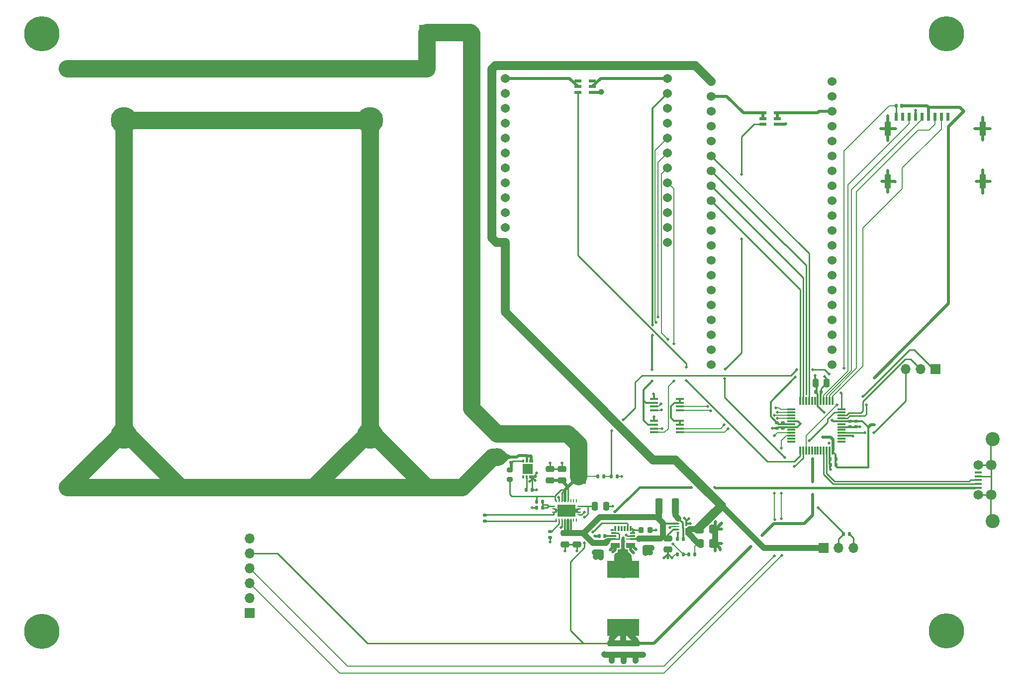
<source format=gbr>
%TF.GenerationSoftware,KiCad,Pcbnew,(6.0.9)*%
%TF.CreationDate,2023-04-17T01:59:29-04:00*%
%TF.ProjectId,TrailCounter,54726169-6c43-46f7-956e-7465722e6b69,rev?*%
%TF.SameCoordinates,Original*%
%TF.FileFunction,Copper,L1,Top*%
%TF.FilePolarity,Positive*%
%FSLAX46Y46*%
G04 Gerber Fmt 4.6, Leading zero omitted, Abs format (unit mm)*
G04 Created by KiCad (PCBNEW (6.0.9)) date 2023-04-17 01:59:29*
%MOMM*%
%LPD*%
G01*
G04 APERTURE LIST*
G04 Aperture macros list*
%AMRoundRect*
0 Rectangle with rounded corners*
0 $1 Rounding radius*
0 $2 $3 $4 $5 $6 $7 $8 $9 X,Y pos of 4 corners*
0 Add a 4 corners polygon primitive as box body*
4,1,4,$2,$3,$4,$5,$6,$7,$8,$9,$2,$3,0*
0 Add four circle primitives for the rounded corners*
1,1,$1+$1,$2,$3*
1,1,$1+$1,$4,$5*
1,1,$1+$1,$6,$7*
1,1,$1+$1,$8,$9*
0 Add four rect primitives between the rounded corners*
20,1,$1+$1,$2,$3,$4,$5,0*
20,1,$1+$1,$4,$5,$6,$7,0*
20,1,$1+$1,$6,$7,$8,$9,0*
20,1,$1+$1,$8,$9,$2,$3,0*%
G04 Aperture macros list end*
%TA.AperFunction,SMDPad,CuDef*%
%ADD10R,0.300000X1.475000*%
%TD*%
%TA.AperFunction,SMDPad,CuDef*%
%ADD11R,1.475000X0.300000*%
%TD*%
%TA.AperFunction,SMDPad,CuDef*%
%ADD12RoundRect,0.250000X-0.250000X-0.475000X0.250000X-0.475000X0.250000X0.475000X-0.250000X0.475000X0*%
%TD*%
%TA.AperFunction,SMDPad,CuDef*%
%ADD13RoundRect,0.250000X-0.475000X0.250000X-0.475000X-0.250000X0.475000X-0.250000X0.475000X0.250000X0*%
%TD*%
%TA.AperFunction,SMDPad,CuDef*%
%ADD14RoundRect,0.140000X-0.140000X-0.170000X0.140000X-0.170000X0.140000X0.170000X-0.140000X0.170000X0*%
%TD*%
%TA.AperFunction,SMDPad,CuDef*%
%ADD15R,2.500000X2.500000*%
%TD*%
%TA.AperFunction,SMDPad,CuDef*%
%ADD16RoundRect,0.140000X0.170000X-0.140000X0.170000X0.140000X-0.170000X0.140000X-0.170000X-0.140000X0*%
%TD*%
%TA.AperFunction,SMDPad,CuDef*%
%ADD17RoundRect,0.135000X0.135000X0.185000X-0.135000X0.185000X-0.135000X-0.185000X0.135000X-0.185000X0*%
%TD*%
%TA.AperFunction,SMDPad,CuDef*%
%ADD18R,0.875000X0.300000*%
%TD*%
%TA.AperFunction,SMDPad,CuDef*%
%ADD19R,1.525000X0.250000*%
%TD*%
%TA.AperFunction,SMDPad,CuDef*%
%ADD20R,1.525000X0.950000*%
%TD*%
%TA.AperFunction,SMDPad,CuDef*%
%ADD21R,0.450000X0.600000*%
%TD*%
%TA.AperFunction,SMDPad,CuDef*%
%ADD22R,0.300000X1.650000*%
%TD*%
%TA.AperFunction,SMDPad,CuDef*%
%ADD23R,0.450000X0.875000*%
%TD*%
%TA.AperFunction,SMDPad,CuDef*%
%ADD24R,0.300000X0.875000*%
%TD*%
%TA.AperFunction,SMDPad,CuDef*%
%ADD25R,0.500000X0.350000*%
%TD*%
%TA.AperFunction,SMDPad,CuDef*%
%ADD26R,0.600000X0.250000*%
%TD*%
%TA.AperFunction,SMDPad,CuDef*%
%ADD27RoundRect,0.135000X-0.185000X0.135000X-0.185000X-0.135000X0.185000X-0.135000X0.185000X0.135000X0*%
%TD*%
%TA.AperFunction,ComponentPad*%
%ADD28R,1.700000X1.700000*%
%TD*%
%TA.AperFunction,ComponentPad*%
%ADD29O,1.700000X1.700000*%
%TD*%
%TA.AperFunction,ComponentPad*%
%ADD30C,1.524000*%
%TD*%
%TA.AperFunction,SMDPad,CuDef*%
%ADD31RoundRect,0.225000X-0.250000X0.225000X-0.250000X-0.225000X0.250000X-0.225000X0.250000X0.225000X0*%
%TD*%
%TA.AperFunction,SMDPad,CuDef*%
%ADD32R,1.425000X0.450000*%
%TD*%
%TA.AperFunction,SMDPad,CuDef*%
%ADD33R,1.100000X2.400000*%
%TD*%
%TA.AperFunction,SMDPad,CuDef*%
%ADD34R,0.620000X1.400000*%
%TD*%
%TA.AperFunction,SMDPad,CuDef*%
%ADD35RoundRect,0.250000X0.375000X1.075000X-0.375000X1.075000X-0.375000X-1.075000X0.375000X-1.075000X0*%
%TD*%
%TA.AperFunction,SMDPad,CuDef*%
%ADD36RoundRect,0.250000X0.475000X-0.250000X0.475000X0.250000X-0.475000X0.250000X-0.475000X-0.250000X0*%
%TD*%
%TA.AperFunction,SMDPad,CuDef*%
%ADD37R,1.250000X0.500000*%
%TD*%
%TA.AperFunction,SMDPad,CuDef*%
%ADD38RoundRect,0.140000X0.140000X0.170000X-0.140000X0.170000X-0.140000X-0.170000X0.140000X-0.170000X0*%
%TD*%
%TA.AperFunction,SMDPad,CuDef*%
%ADD39R,5.400000X2.900000*%
%TD*%
%TA.AperFunction,SMDPad,CuDef*%
%ADD40RoundRect,0.140000X-0.170000X0.140000X-0.170000X-0.140000X0.170000X-0.140000X0.170000X0.140000X0*%
%TD*%
%TA.AperFunction,SMDPad,CuDef*%
%ADD41RoundRect,0.225000X0.225000X0.250000X-0.225000X0.250000X-0.225000X-0.250000X0.225000X-0.250000X0*%
%TD*%
%TA.AperFunction,SMDPad,CuDef*%
%ADD42RoundRect,0.200000X0.275000X-0.200000X0.275000X0.200000X-0.275000X0.200000X-0.275000X-0.200000X0*%
%TD*%
%TA.AperFunction,SMDPad,CuDef*%
%ADD43R,0.600000X0.240000*%
%TD*%
%TA.AperFunction,SMDPad,CuDef*%
%ADD44R,0.240000X0.600000*%
%TD*%
%TA.AperFunction,SMDPad,CuDef*%
%ADD45R,3.050000X2.050000*%
%TD*%
%TA.AperFunction,SMDPad,CuDef*%
%ADD46R,0.400000X0.750000*%
%TD*%
%TA.AperFunction,SMDPad,CuDef*%
%ADD47R,0.525000X0.200000*%
%TD*%
%TA.AperFunction,ComponentPad*%
%ADD48C,2.850000*%
%TD*%
%TA.AperFunction,ComponentPad*%
%ADD49C,4.500000*%
%TD*%
%TA.AperFunction,SMDPad,CuDef*%
%ADD50RoundRect,0.135000X0.185000X-0.135000X0.185000X0.135000X-0.185000X0.135000X-0.185000X-0.135000X0*%
%TD*%
%TA.AperFunction,ComponentPad*%
%ADD51C,1.540000*%
%TD*%
%TA.AperFunction,SMDPad,CuDef*%
%ADD52R,0.750000X0.500000*%
%TD*%
%TA.AperFunction,SMDPad,CuDef*%
%ADD53R,0.400000X0.500000*%
%TD*%
%TA.AperFunction,SMDPad,CuDef*%
%ADD54R,1.800000X1.800000*%
%TD*%
%TA.AperFunction,SMDPad,CuDef*%
%ADD55RoundRect,0.135000X-0.135000X-0.185000X0.135000X-0.185000X0.135000X0.185000X-0.135000X0.185000X0*%
%TD*%
%TA.AperFunction,SMDPad,CuDef*%
%ADD56R,1.300000X0.400000*%
%TD*%
%TA.AperFunction,ComponentPad*%
%ADD57C,1.650000*%
%TD*%
%TA.AperFunction,ComponentPad*%
%ADD58C,1.800000*%
%TD*%
%TA.AperFunction,ComponentPad*%
%ADD59C,2.400000*%
%TD*%
%TA.AperFunction,SMDPad,CuDef*%
%ADD60R,0.250000X2.400000*%
%TD*%
%TA.AperFunction,SMDPad,CuDef*%
%ADD61R,0.300000X0.900000*%
%TD*%
%TA.AperFunction,SMDPad,CuDef*%
%ADD62R,0.300000X1.200000*%
%TD*%
%TA.AperFunction,ViaPad*%
%ADD63C,0.500000*%
%TD*%
%TA.AperFunction,ViaPad*%
%ADD64C,6.000000*%
%TD*%
%TA.AperFunction,ViaPad*%
%ADD65C,1.000000*%
%TD*%
%TA.AperFunction,Conductor*%
%ADD66C,0.127000*%
%TD*%
%TA.AperFunction,Conductor*%
%ADD67C,0.250000*%
%TD*%
%TA.AperFunction,Conductor*%
%ADD68C,0.300000*%
%TD*%
%TA.AperFunction,Conductor*%
%ADD69C,0.500000*%
%TD*%
%TA.AperFunction,Conductor*%
%ADD70C,1.000000*%
%TD*%
%TA.AperFunction,Conductor*%
%ADD71C,3.000000*%
%TD*%
%TA.AperFunction,Conductor*%
%ADD72C,0.400000*%
%TD*%
%TA.AperFunction,Conductor*%
%ADD73C,1.500000*%
%TD*%
G04 APERTURE END LIST*
D10*
%TO.P,IC4,1,PA00_/_XIN32*%
%TO.N,/CS_SD*%
X172676000Y-88726000D03*
%TO.P,IC4,2,PA01_/_XOUT32*%
%TO.N,/MOSI_SD*%
X172176000Y-88726000D03*
%TO.P,IC4,3,PA02*%
%TO.N,/SCK_SD*%
X171676000Y-88726000D03*
%TO.P,IC4,4,PA03*%
%TO.N,/MISO_SD*%
X171176000Y-88726000D03*
%TO.P,IC4,5,AVSS*%
%TO.N,GND*%
X170676000Y-88726000D03*
%TO.P,IC4,6,AVDD*%
%TO.N,/3V3*%
X170176000Y-88726000D03*
%TO.P,IC4,7,PB08*%
%TO.N,unconnected-(IC4-Pad7)*%
X169676000Y-88726000D03*
%TO.P,IC4,8,PB09*%
%TO.N,unconnected-(IC4-Pad8)*%
X169176000Y-88726000D03*
%TO.P,IC4,9,PA04*%
%TO.N,/CS_2*%
X168676000Y-88726000D03*
%TO.P,IC4,10,PA05*%
%TO.N,/SCK_2*%
X168176000Y-88726000D03*
%TO.P,IC4,11,PA06*%
%TO.N,/MOSI*%
X167676000Y-88726000D03*
%TO.P,IC4,12,PA07*%
%TO.N,/MISO*%
X167176000Y-88726000D03*
D11*
%TO.P,IC4,13,PA08*%
%TO.N,/SCK*%
X165688000Y-90214000D03*
%TO.P,IC4,14,PA09*%
%TO.N,/CS*%
X165688000Y-90714000D03*
%TO.P,IC4,15,PA10*%
%TO.N,/CIPO*%
X165688000Y-91214000D03*
%TO.P,IC4,16,PA11*%
%TO.N,/COPI*%
X165688000Y-91714000D03*
%TO.P,IC4,17,AVSSPLL*%
%TO.N,GND*%
X165688000Y-92214000D03*
%TO.P,IC4,18,VDD_1*%
%TO.N,/3V3*%
X165688000Y-92714000D03*
%TO.P,IC4,19,VSS_1*%
%TO.N,GND*%
X165688000Y-93214000D03*
%TO.P,IC4,20,VDDPLL*%
%TO.N,unconnected-(IC4-Pad20)*%
X165688000Y-93714000D03*
%TO.P,IC4,21,PA12*%
%TO.N,/SDA*%
X165688000Y-94214000D03*
%TO.P,IC4,22,PA13*%
%TO.N,/SCL*%
X165688000Y-94714000D03*
%TO.P,IC4,23,PA14_/_XIN*%
%TO.N,unconnected-(IC4-Pad23)*%
X165688000Y-95214000D03*
%TO.P,IC4,24,PA15_/_XOUT*%
%TO.N,unconnected-(IC4-Pad24)*%
X165688000Y-95714000D03*
D10*
%TO.P,IC4,25,PA16*%
%TO.N,/CORAL_EN*%
X167176000Y-97202000D03*
%TO.P,IC4,26,PA17*%
%TO.N,/WS_EN*%
X167676000Y-97202000D03*
%TO.P,IC4,27,PA18*%
%TO.N,/CD*%
X168176000Y-97202000D03*
%TO.P,IC4,28,PA19*%
%TO.N,unconnected-(IC4-Pad28)*%
X168676000Y-97202000D03*
%TO.P,IC4,29,PA20*%
%TO.N,unconnected-(IC4-Pad29)*%
X169176000Y-97202000D03*
%TO.P,IC4,30,PA21*%
%TO.N,unconnected-(IC4-Pad30)*%
X169676000Y-97202000D03*
%TO.P,IC4,31,PA22*%
%TO.N,unconnected-(IC4-Pad31)*%
X170176000Y-97202000D03*
%TO.P,IC4,32,PA23*%
%TO.N,unconnected-(IC4-Pad32)*%
X170676000Y-97202000D03*
%TO.P,IC4,33,PA24*%
%TO.N,/D+*%
X171176000Y-97202000D03*
%TO.P,IC4,34,PA25*%
%TO.N,/D-*%
X171676000Y-97202000D03*
%TO.P,IC4,35,VSS_2*%
%TO.N,GND*%
X172176000Y-97202000D03*
%TO.P,IC4,36,VDD_2*%
%TO.N,/3V3*%
X172676000Y-97202000D03*
D11*
%TO.P,IC4,37,PB22*%
%TO.N,unconnected-(IC4-Pad37)*%
X174164000Y-95714000D03*
%TO.P,IC4,38,PB23*%
%TO.N,unconnected-(IC4-Pad38)*%
X174164000Y-95214000D03*
%TO.P,IC4,39,VSS_3*%
%TO.N,GND*%
X174164000Y-94714000D03*
%TO.P,IC4,40,~{RESET}*%
%TO.N,/RESET_N*%
X174164000Y-94214000D03*
%TO.P,IC4,41,VDDCORE*%
%TO.N,unconnected-(IC4-Pad41)*%
X174164000Y-93714000D03*
%TO.P,IC4,42,VSSCORE*%
%TO.N,GND*%
X174164000Y-93214000D03*
%TO.P,IC4,43,VDDOUT*%
%TO.N,unconnected-(IC4-Pad43)*%
X174164000Y-92714000D03*
%TO.P,IC4,44,VDD_3*%
%TO.N,/3V3*%
X174164000Y-92214000D03*
%TO.P,IC4,45,PA30_/_SWCLK*%
%TO.N,/SWCLK*%
X174164000Y-91714000D03*
%TO.P,IC4,46,PA31_/_SWDIO*%
%TO.N,/SWDIO*%
X174164000Y-91214000D03*
%TO.P,IC4,47,PB02*%
%TO.N,/PIR*%
X174164000Y-90714000D03*
%TO.P,IC4,48,PB03*%
%TO.N,/BAT_MONITOR*%
X174164000Y-90214000D03*
%TD*%
D12*
%TO.P,C19,1*%
%TO.N,/3V3*%
X169788800Y-85750400D03*
%TO.P,C19,2*%
%TO.N,GND*%
X171688800Y-85750400D03*
%TD*%
%TO.P,C16,1*%
%TO.N,/5V*%
X150281600Y-113030000D03*
%TO.P,C16,2*%
%TO.N,GND*%
X152181600Y-113030000D03*
%TD*%
%TO.P,C15,1*%
%TO.N,/5V*%
X150281600Y-110642400D03*
%TO.P,C15,2*%
%TO.N,GND*%
X152181600Y-110642400D03*
%TD*%
D13*
%TO.P,C13,1*%
%TO.N,/VCC*%
X144627600Y-112181600D03*
%TO.P,C13,2*%
%TO.N,GND*%
X144627600Y-114081600D03*
%TD*%
D14*
%TO.P,C10,1*%
%TO.N,/LX*%
X132971600Y-111760000D03*
%TO.P,C10,2*%
%TO.N,Net-(C10-Pad2)*%
X133931600Y-111760000D03*
%TD*%
D15*
%TO.P,TP1,1,1*%
%TO.N,/BAT*%
X103632000Y-25908000D03*
%TD*%
D16*
%TO.P,C4,1*%
%TO.N,Net-(C4-Pad1)*%
X117957600Y-99286000D03*
%TO.P,C4,2*%
%TO.N,/BAT-*%
X117957600Y-98326000D03*
%TD*%
D17*
%TO.P,R7,1*%
%TO.N,/5V*%
X149201600Y-114909600D03*
%TO.P,R7,2*%
%TO.N,Net-(R7-Pad2)*%
X148181600Y-114909600D03*
%TD*%
D18*
%TO.P,IC3,1,EN*%
%TO.N,/VCC*%
X135395600Y-111318000D03*
%TO.P,IC3,2,BST*%
%TO.N,Net-(C10-Pad2)*%
X135395600Y-111818000D03*
D19*
%TO.P,IC3,3,SUP_1*%
%TO.N,/VCC*%
X135720600Y-112318000D03*
D20*
%TO.P,IC3,4,PGND_1*%
%TO.N,GND*%
X135720600Y-113368000D03*
D21*
%TO.P,IC3,5,PGND_2*%
X135682600Y-114143000D03*
D22*
%TO.P,IC3,6,LX_1*%
%TO.N,/LX*%
X137007600Y-113618000D03*
D21*
%TO.P,IC3,7,PGND_3*%
%TO.N,GND*%
X138332600Y-114143000D03*
D20*
%TO.P,IC3,8,PGND_4*%
X138294600Y-113368000D03*
D19*
%TO.P,IC3,9,SUP_2*%
%TO.N,/VCC*%
X138294600Y-112318000D03*
D18*
%TO.P,IC3,10,GND*%
%TO.N,GND*%
X138619600Y-111818000D03*
%TO.P,IC3,11,BIAS*%
%TO.N,Net-(C17-Pad2)*%
X138619600Y-111318000D03*
D23*
%TO.P,IC3,12,FB_1*%
X138332600Y-110531000D03*
D24*
%TO.P,IC3,13,OUT*%
%TO.N,/3V3*%
X137757600Y-110531000D03*
%TO.P,IC3,14,VEA*%
%TO.N,unconnected-(IC3-Pad14)*%
X137257600Y-110531000D03*
%TO.P,IC3,15,PGOOD*%
%TO.N,unconnected-(IC3-Pad15)*%
X136757600Y-110531000D03*
%TO.P,IC3,16,SYNC*%
%TO.N,unconnected-(IC3-Pad16)*%
X136257600Y-110531000D03*
D23*
%TO.P,IC3,17,SYNCOUT_1*%
%TO.N,unconnected-(IC3-Pad17)*%
X135682600Y-110531000D03*
D25*
%TO.P,IC3,18,SYNCOUT_2*%
%TO.N,unconnected-(IC3-Pad18)*%
X135207600Y-110793000D03*
D26*
%TO.P,IC3,19,LX_2*%
%TO.N,/LX*%
X137007600Y-112668000D03*
D25*
%TO.P,IC3,20,FB_2*%
%TO.N,Net-(C17-Pad2)*%
X138807600Y-110793000D03*
%TD*%
D27*
%TO.P,TH1,1*%
%TO.N,GND*%
X113487200Y-108202000D03*
%TO.P,TH1,2*%
%TO.N,Net-(IC1-Pad12)*%
X113487200Y-109222000D03*
%TD*%
D13*
%TO.P,C7,1*%
%TO.N,/3V3*%
X139192000Y-130114000D03*
%TO.P,C7,2*%
%TO.N,GND*%
X139192000Y-132014000D03*
%TD*%
D28*
%TO.P,J4,1,Pin_1*%
%TO.N,/5V*%
X171145200Y-113842800D03*
D29*
%TO.P,J4,2,Pin_2*%
%TO.N,/PIR*%
X173685200Y-113842800D03*
%TO.P,J4,3,Pin_3*%
%TO.N,GND*%
X176225200Y-113842800D03*
%TD*%
D28*
%TO.P,J5,1,Pin_1*%
%TO.N,/SWCLK*%
X190231000Y-83362800D03*
D29*
%TO.P,J5,2,Pin_2*%
%TO.N,/SWDIO*%
X187691000Y-83362800D03*
%TO.P,J5,3,Pin_3*%
%TO.N,/RESET_N*%
X185151000Y-83362800D03*
%TD*%
D30*
%TO.P,U4,1,Ve*%
%TO.N,/5V*%
X152006000Y-34290000D03*
%TO.P,U4,2,GND*%
%TO.N,Net-(Q1-Pad1)*%
X152006000Y-36830000D03*
%TO.P,U4,3,12*%
%TO.N,unconnected-(U4-Pad3)*%
X152006000Y-39370000D03*
%TO.P,U4,4,RX*%
%TO.N,unconnected-(U4-Pad4)*%
X152006000Y-41910000D03*
%TO.P,U4,5,TX*%
%TO.N,unconnected-(U4-Pad5)*%
X152006000Y-44450000D03*
%TO.P,U4,6,33*%
%TO.N,/CS_2*%
X152006000Y-46990000D03*
%TO.P,U4,7,34*%
%TO.N,/SCK_2*%
X152006000Y-49530000D03*
%TO.P,U4,8,35*%
%TO.N,/MOSI*%
X152006000Y-52070000D03*
%TO.P,U4,9,36*%
%TO.N,/MISO*%
X152006000Y-54610000D03*
%TO.P,U4,10,37*%
%TO.N,unconnected-(U4-Pad10)*%
X152006000Y-57150000D03*
%TO.P,U4,11,38*%
%TO.N,unconnected-(U4-Pad11)*%
X152006000Y-59690000D03*
%TO.P,U4,12,39*%
%TO.N,unconnected-(U4-Pad12)*%
X152006000Y-62230000D03*
%TO.P,U4,13,40*%
%TO.N,unconnected-(U4-Pad13)*%
X152006000Y-64770000D03*
%TO.P,U4,14,41*%
%TO.N,unconnected-(U4-Pad14)*%
X152006000Y-67310000D03*
%TO.P,U4,15,42*%
%TO.N,unconnected-(U4-Pad15)*%
X152006000Y-69850000D03*
%TO.P,U4,16,45*%
%TO.N,unconnected-(U4-Pad16)*%
X152006000Y-72390000D03*
%TO.P,U4,17,46*%
%TO.N,unconnected-(U4-Pad17)*%
X152006000Y-74930000D03*
%TO.P,U4,18,1*%
%TO.N,unconnected-(U4-Pad18)*%
X152006000Y-77470000D03*
%TO.P,U4,19,2*%
%TO.N,unconnected-(U4-Pad19)*%
X152006000Y-80010000D03*
%TO.P,U4,20,3*%
%TO.N,unconnected-(U4-Pad20)*%
X152006000Y-82550000D03*
%TO.P,U4,21,5V*%
%TO.N,unconnected-(U4-Pad21)*%
X172606000Y-34290000D03*
%TO.P,U4,22,3V3*%
%TO.N,unconnected-(U4-Pad22)*%
X172606000Y-36830000D03*
%TO.P,U4,23,GND*%
%TO.N,Net-(Q1-Pad1)*%
X172606000Y-39370000D03*
%TO.P,U4,24,47*%
%TO.N,unconnected-(U4-Pad24)*%
X172606000Y-41910000D03*
%TO.P,U4,25,48*%
%TO.N,unconnected-(U4-Pad25)*%
X172606000Y-44450000D03*
%TO.P,U4,26,0*%
%TO.N,unconnected-(U4-Pad26)*%
X172606000Y-46990000D03*
%TO.P,U4,27,26*%
%TO.N,unconnected-(U4-Pad27)*%
X172606000Y-49530000D03*
%TO.P,U4,28,20*%
%TO.N,unconnected-(U4-Pad28)*%
X172606000Y-52070000D03*
%TO.P,U4,29,18*%
%TO.N,unconnected-(U4-Pad29)*%
X172606000Y-54610000D03*
%TO.P,U4,30,21*%
%TO.N,unconnected-(U4-Pad30)*%
X172606000Y-57150000D03*
%TO.P,U4,31,19*%
%TO.N,unconnected-(U4-Pad31)*%
X172606000Y-59690000D03*
%TO.P,U4,32,17*%
%TO.N,unconnected-(U4-Pad32)*%
X172606000Y-62230000D03*
%TO.P,U4,33,14*%
%TO.N,unconnected-(U4-Pad33)*%
X172606000Y-64770000D03*
%TO.P,U4,34,RST*%
%TO.N,unconnected-(U4-Pad34)*%
X172606000Y-67310000D03*
%TO.P,U4,35,16*%
%TO.N,unconnected-(U4-Pad35)*%
X172606000Y-69850000D03*
%TO.P,U4,36,15*%
%TO.N,unconnected-(U4-Pad36)*%
X172606000Y-72390000D03*
%TO.P,U4,37,7*%
%TO.N,unconnected-(U4-Pad37)*%
X172606000Y-74930000D03*
%TO.P,U4,38,6*%
%TO.N,unconnected-(U4-Pad38)*%
X172606000Y-77470000D03*
%TO.P,U4,39,5*%
%TO.N,unconnected-(U4-Pad39)*%
X172606000Y-80010000D03*
%TO.P,U4,40,4*%
%TO.N,unconnected-(U4-Pad40)*%
X172606000Y-82550000D03*
%TD*%
D31*
%TO.P,C12,1*%
%TO.N,/VCC*%
X140817600Y-112255000D03*
%TO.P,C12,2*%
%TO.N,GND*%
X140817600Y-113805000D03*
%TD*%
D32*
%TO.P,IC6,1,GND*%
%TO.N,GND*%
X142263200Y-92192200D03*
%TO.P,IC6,2,VREFA*%
%TO.N,/1V8*%
X142263200Y-92842200D03*
%TO.P,IC6,3,A1*%
%TO.N,Net-(IC6-Pad3)*%
X142263200Y-93492200D03*
%TO.P,IC6,4,A2*%
%TO.N,Net-(IC6-Pad4)*%
X142263200Y-94142200D03*
%TO.P,IC6,5,B2*%
%TO.N,/COPI*%
X146687200Y-94142200D03*
%TO.P,IC6,6,B1*%
%TO.N,/CIPO*%
X146687200Y-93492200D03*
%TO.P,IC6,7,VREFB*%
%TO.N,/3V3*%
X146687200Y-92842200D03*
%TO.P,IC6,8,EN*%
X146687200Y-92192200D03*
%TD*%
D14*
%TO.P,C22,1*%
%TO.N,/3V3*%
X169801600Y-87223600D03*
%TO.P,C22,2*%
%TO.N,GND*%
X170761600Y-87223600D03*
%TD*%
D33*
%TO.P,J2,MP1,MP1*%
%TO.N,GND*%
X182120200Y-42377000D03*
%TO.P,J2,MP2,MP2*%
X182120200Y-51377000D03*
%TO.P,J2,MP3,MP3*%
X198270200Y-51377000D03*
%TO.P,J2,MP4,MP4*%
X198270200Y-42377000D03*
D34*
%TO.P,J2,P1,DAT2*%
%TO.N,unconnected-(J2-PadP1)*%
X192300200Y-40377000D03*
%TO.P,J2,P2,CD/DAT3*%
%TO.N,/CS_SD*%
X191200200Y-40377000D03*
%TO.P,J2,P3,CMD*%
%TO.N,/MOSI_SD*%
X190100200Y-40377000D03*
%TO.P,J2,P4,VDD*%
%TO.N,/3V3*%
X189000200Y-40377000D03*
%TO.P,J2,P5,CLK*%
%TO.N,/SCK_SD*%
X187900200Y-40377000D03*
%TO.P,J2,P6,VSS*%
%TO.N,GND*%
X186800200Y-40377000D03*
%TO.P,J2,P7,DAT0*%
%TO.N,/MISO_SD*%
X185700200Y-40377000D03*
%TO.P,J2,P8,DAT1*%
%TO.N,unconnected-(J2-PadP8)*%
X184600200Y-40377000D03*
%TO.P,J2,P9,CD*%
%TO.N,/CD*%
X183500200Y-40377000D03*
%TD*%
D35*
%TO.P,L2,1,1*%
%TO.N,Net-(C14-Pad2)*%
X145926000Y-106680000D03*
%TO.P,L2,2,2*%
%TO.N,/VCC*%
X143126000Y-106680000D03*
%TD*%
D36*
%TO.P,C2,1*%
%TO.N,/BAT*%
X126593600Y-102296000D03*
%TO.P,C2,2*%
%TO.N,GND*%
X126593600Y-100396000D03*
%TD*%
D37*
%TO.P,Q1,1,D_1*%
%TO.N,Net-(Q1-Pad1)*%
X160802000Y-39690000D03*
%TO.P,Q1,2,D_2*%
X160802000Y-40640000D03*
%TO.P,Q1,3,G*%
%TO.N,/WS_EN*%
X160802000Y-41590000D03*
%TO.P,Q1,4,S*%
%TO.N,GND*%
X163302000Y-41590000D03*
%TO.P,Q1,5,D_3*%
%TO.N,Net-(Q1-Pad1)*%
X163302000Y-40640000D03*
%TO.P,Q1,6,D_4*%
X163302000Y-39690000D03*
%TD*%
D38*
%TO.P,C25,1*%
%TO.N,/3V3*%
X173250800Y-98653600D03*
%TO.P,C25,2*%
%TO.N,GND*%
X172290800Y-98653600D03*
%TD*%
D39*
%TO.P,L1,1,1*%
%TO.N,/LX*%
X137007600Y-117478000D03*
%TO.P,L1,2,2*%
%TO.N,/3V3*%
X137007600Y-127378000D03*
%TD*%
D40*
%TO.P,C20,1*%
%TO.N,/3V3*%
X176631600Y-92230000D03*
%TO.P,C20,2*%
%TO.N,GND*%
X176631600Y-93190000D03*
%TD*%
D38*
%TO.P,C18,1*%
%TO.N,GND*%
X175521800Y-111455200D03*
%TO.P,C18,2*%
%TO.N,/PIR*%
X174561800Y-111455200D03*
%TD*%
%TO.P,R9,1*%
%TO.N,/3V3*%
X184477600Y-38506400D03*
%TO.P,R9,2*%
%TO.N,/CD*%
X183517600Y-38506400D03*
%TD*%
D41*
%TO.P,C17,1*%
%TO.N,GND*%
X141592600Y-110744000D03*
%TO.P,C17,2*%
%TO.N,Net-(C17-Pad2)*%
X140042600Y-110744000D03*
%TD*%
D42*
%TO.P,R5,1*%
%TO.N,/BAT*%
X117703600Y-102171000D03*
%TO.P,R5,2*%
%TO.N,Net-(C4-Pad1)*%
X117703600Y-100521000D03*
%TD*%
D40*
%TO.P,C27,1*%
%TO.N,/3V3*%
X164185600Y-92484000D03*
%TO.P,C27,2*%
%TO.N,GND*%
X164185600Y-93444000D03*
%TD*%
%TO.P,C23,1*%
%TO.N,/3V3*%
X163220400Y-92484000D03*
%TO.P,C23,2*%
%TO.N,GND*%
X163220400Y-93444000D03*
%TD*%
D31*
%TO.P,C11,1*%
%TO.N,/VCC*%
X133197600Y-113017000D03*
%TO.P,C11,2*%
%TO.N,GND*%
X133197600Y-114567000D03*
%TD*%
D17*
%TO.P,R8,1*%
%TO.N,Net-(R7-Pad2)*%
X147271200Y-114909600D03*
%TO.P,R8,2*%
%TO.N,GND*%
X146251200Y-114909600D03*
%TD*%
D43*
%TO.P,IC1,1,LDO*%
%TO.N,Net-(C26-Pad1)*%
X129505600Y-106692000D03*
D44*
%TO.P,IC1,2,STAT1*%
%TO.N,unconnected-(IC1-Pad2)*%
X129105600Y-105792000D03*
%TO.P,IC1,3,STAT2*%
%TO.N,unconnected-(IC1-Pad3)*%
X128605600Y-105792000D03*
%TO.P,IC1,4,AC*%
%TO.N,unconnected-(IC1-Pad4)*%
X128105600Y-105792000D03*
%TO.P,IC1,5,BAT_1*%
%TO.N,/BAT*%
X127605600Y-105792000D03*
%TO.P,IC1,6,BAT_2*%
X127105600Y-105792000D03*
%TO.P,IC1,7,ISET2*%
X126605600Y-105792000D03*
%TO.P,IC1,8,PSEL*%
%TO.N,GND*%
X126105600Y-105792000D03*
%TO.P,IC1,9,CE*%
%TO.N,/BAT*%
X125605600Y-105792000D03*
D43*
%TO.P,IC1,10,ISET1*%
%TO.N,Net-(C3-Pad2)*%
X125205600Y-106692000D03*
%TO.P,IC1,11,VSS*%
%TO.N,GND*%
X125205600Y-108192000D03*
D44*
%TO.P,IC1,12,TS*%
%TO.N,Net-(IC1-Pad12)*%
X125605600Y-109092000D03*
%TO.P,IC1,13,DPPM*%
%TO.N,Net-(IC1-Pad13)*%
X126105600Y-109092000D03*
%TO.P,IC1,14,TMR*%
%TO.N,Net-(C26-Pad1)*%
X126605600Y-109092000D03*
%TO.P,IC1,15,OUT_1*%
%TO.N,/VCC*%
X127105600Y-109092000D03*
%TO.P,IC1,16,OUT_2*%
X127605600Y-109092000D03*
%TO.P,IC1,17,OUT_3*%
X128105600Y-109092000D03*
%TO.P,IC1,18,~{ACPG}/~{PG}*%
%TO.N,unconnected-(IC1-Pad18)*%
X128605600Y-109092000D03*
%TO.P,IC1,19,~{USBPG}/VBSEL*%
%TO.N,unconnected-(IC1-Pad19)*%
X129105600Y-109092000D03*
D43*
%TO.P,IC1,20,USB*%
%TO.N,/VCC_USB*%
X129505600Y-108192000D03*
D45*
%TO.P,IC1,21,EP_1*%
%TO.N,GND*%
X127355600Y-107442000D03*
D46*
%TO.P,IC1,22,EP_2*%
X129080600Y-107442000D03*
%TO.P,IC1,23,EP_3*%
X125630600Y-107442000D03*
D47*
%TO.P,IC1,24,EP_4*%
X129544600Y-107167000D03*
%TO.P,IC1,25,EP_5*%
X129544600Y-107717000D03*
%TO.P,IC1,26,EP_6*%
X125166600Y-107167000D03*
%TO.P,IC1,27,EP_7*%
X125166600Y-107717000D03*
%TD*%
D32*
%TO.P,IC5,1,GND*%
%TO.N,GND*%
X142263200Y-88433000D03*
%TO.P,IC5,2,VREFA*%
%TO.N,/1V8*%
X142263200Y-89083000D03*
%TO.P,IC5,3,A1*%
%TO.N,Net-(IC5-Pad3)*%
X142263200Y-89733000D03*
%TO.P,IC5,4,A2*%
%TO.N,Net-(IC5-Pad4)*%
X142263200Y-90383000D03*
%TO.P,IC5,5,B2*%
%TO.N,/CS*%
X146687200Y-90383000D03*
%TO.P,IC5,6,B1*%
%TO.N,/SCK*%
X146687200Y-89733000D03*
%TO.P,IC5,7,VREFB*%
%TO.N,/3V3*%
X146687200Y-89083000D03*
%TO.P,IC5,8,EN*%
X146687200Y-88433000D03*
%TD*%
D48*
%TO.P,U2,1,1*%
%TO.N,/BAT-*%
X61720000Y-103518000D03*
%TO.P,U2,2,2*%
%TO.N,/BAT*%
X61720000Y-32118000D03*
%TO.P,U2,3,3*%
X42420000Y-32118000D03*
%TO.P,U2,4,4*%
%TO.N,/BAT-*%
X42420000Y-103518000D03*
D49*
%TO.P,U2,SH1,SH1*%
X52070000Y-94668000D03*
%TO.P,U2,SH2,SH2*%
X52070000Y-40968000D03*
%TD*%
D40*
%TO.P,C24,1*%
%TO.N,/3V3*%
X175666400Y-92230000D03*
%TO.P,C24,2*%
%TO.N,GND*%
X175666400Y-93190000D03*
%TD*%
D14*
%TO.P,C3,1*%
%TO.N,/BAT*%
X122331600Y-105918000D03*
%TO.P,C3,2*%
%TO.N,Net-(C3-Pad2)*%
X123291600Y-105918000D03*
%TD*%
%TO.P,C14,1*%
%TO.N,Net-(C14-Pad1)*%
X146281200Y-112268000D03*
%TO.P,C14,2*%
%TO.N,Net-(C14-Pad2)*%
X147241200Y-112268000D03*
%TD*%
D12*
%TO.P,C26,1*%
%TO.N,Net-(C26-Pad1)*%
X132247600Y-106680000D03*
%TO.P,C26,2*%
%TO.N,GND*%
X134147600Y-106680000D03*
%TD*%
D50*
%TO.P,R4,1*%
%TO.N,GND*%
X124561600Y-112016000D03*
%TO.P,R4,2*%
%TO.N,Net-(IC1-Pad13)*%
X124561600Y-110996000D03*
%TD*%
D17*
%TO.P,R2,1*%
%TO.N,/BAT_MONITOR*%
X133707600Y-101600000D03*
%TO.P,R2,2*%
%TO.N,/BAT*%
X132687600Y-101600000D03*
%TD*%
D15*
%TO.P,TP2,1,1*%
%TO.N,/BAT*%
X129387600Y-101600000D03*
%TD*%
D51*
%TO.P,U5,1,GND*%
%TO.N,/CORAL_GND*%
X117010000Y-33782000D03*
%TO.P,U5,2,1V8*%
%TO.N,/1V8*%
X117010000Y-36322000D03*
%TO.P,U5,3,A1*%
%TO.N,unconnected-(U5-Pad3)*%
X117010000Y-38862000D03*
%TO.P,U5,4,A0*%
%TO.N,unconnected-(U5-Pad4)*%
X117010000Y-41402000D03*
%TO.P,U5,5,TX*%
%TO.N,unconnected-(U5-Pad5)*%
X117010000Y-43942000D03*
%TO.P,U5,6,RX*%
%TO.N,unconnected-(U5-Pad6)*%
X117010000Y-46482000D03*
%TO.P,U5,7,D2*%
%TO.N,unconnected-(U5-Pad7)*%
X117010000Y-49022000D03*
%TO.P,U5,8,D1*%
%TO.N,unconnected-(U5-Pad8)*%
X117010000Y-51562000D03*
%TO.P,U5,9,A4*%
%TO.N,unconnected-(U5-Pad9)*%
X117010000Y-54102000D03*
%TO.P,U5,10,A3*%
%TO.N,unconnected-(U5-Pad10)*%
X117010000Y-56642000D03*
%TO.P,U5,11,D0*%
%TO.N,unconnected-(U5-Pad11)*%
X117010000Y-59182000D03*
%TO.P,U5,12,VSYS*%
%TO.N,/5V*%
X117010000Y-61722000D03*
%TO.P,U5,13,GND*%
%TO.N,/CORAL_GND*%
X144610000Y-33782000D03*
%TO.P,U5,14,1V8*%
%TO.N,/1V8*%
X144610000Y-36322000D03*
%TO.P,U5,15,3V3*%
%TO.N,unconnected-(U5-Pad15)*%
X144610000Y-38862000D03*
%TO.P,U5,16,RTC3V*%
%TO.N,unconnected-(U5-Pad16)*%
X144610000Y-41402000D03*
%TO.P,U5,17,CS*%
%TO.N,Net-(IC5-Pad3)*%
X144610000Y-43942000D03*
%TO.P,U5,18,SCK*%
%TO.N,Net-(IC5-Pad4)*%
X144610000Y-46482000D03*
%TO.P,U5,19,COPI*%
%TO.N,Net-(IC6-Pad3)*%
X144610000Y-49022000D03*
%TO.P,U5,20,CIPO*%
%TO.N,Net-(IC6-Pad4)*%
X144610000Y-51562000D03*
%TO.P,U5,21,A2*%
%TO.N,unconnected-(U5-Pad21)*%
X144610000Y-54102000D03*
%TO.P,U5,22,D3*%
%TO.N,unconnected-(U5-Pad22)*%
X144610000Y-56642000D03*
%TO.P,U5,23,GPIO_AD_32*%
%TO.N,unconnected-(U5-Pad23)*%
X144610000Y-59182000D03*
%TO.P,U5,24,GPIO_AD_33*%
%TO.N,unconnected-(U5-Pad24)*%
X144610000Y-61722000D03*
%TD*%
D38*
%TO.P,C21,1*%
%TO.N,/3V3*%
X173301600Y-99669600D03*
%TO.P,C21,2*%
%TO.N,GND*%
X172341600Y-99669600D03*
%TD*%
D13*
%TO.P,C6,1*%
%TO.N,/VCC*%
X127101600Y-111318000D03*
%TO.P,C6,2*%
%TO.N,GND*%
X127101600Y-113218000D03*
%TD*%
D17*
%TO.P,R1,1*%
%TO.N,GND*%
X135993600Y-101600000D03*
%TO.P,R1,2*%
%TO.N,/BAT_MONITOR*%
X134973600Y-101600000D03*
%TD*%
D28*
%TO.P,J3,1,Pin_1*%
%TO.N,/32K*%
X73456800Y-124917200D03*
D29*
%TO.P,J3,2,Pin_2*%
%TO.N,/SQW*%
X73456800Y-122377200D03*
%TO.P,J3,3,Pin_3*%
%TO.N,/SCL*%
X73456800Y-119837200D03*
%TO.P,J3,4,Pin_4*%
%TO.N,/SDA*%
X73456800Y-117297200D03*
%TO.P,J3,5,Pin_5*%
%TO.N,/3V3*%
X73456800Y-114757200D03*
%TO.P,J3,6,Pin_6*%
%TO.N,GND*%
X73456800Y-112217200D03*
%TD*%
D36*
%TO.P,C1,1*%
%TO.N,/BAT*%
X124561600Y-102296000D03*
%TO.P,C1,2*%
%TO.N,GND*%
X124561600Y-100396000D03*
%TD*%
D52*
%TO.P,IC2,1,S1*%
%TO.N,/BAT-*%
X121351600Y-98980000D03*
D53*
%TO.P,IC2,2,VSS*%
X120576600Y-98980000D03*
%TO.P,IC2,3,VDD*%
%TO.N,Net-(C4-Pad1)*%
X119976600Y-98980000D03*
%TO.P,IC2,4,NC*%
%TO.N,unconnected-(IC2-Pad4)*%
X119976600Y-101680000D03*
%TO.P,IC2,5,VM*%
%TO.N,Net-(IC2-Pad5)*%
X120576600Y-101680000D03*
D52*
%TO.P,IC2,6,S2*%
%TO.N,GND*%
X121351600Y-101680000D03*
D54*
%TO.P,IC2,7,EP*%
%TO.N,unconnected-(IC2-Pad7)*%
X120751600Y-100330000D03*
%TD*%
D55*
%TO.P,R3,1*%
%TO.N,GND*%
X122273600Y-106934000D03*
%TO.P,R3,2*%
%TO.N,Net-(C3-Pad2)*%
X123293600Y-106934000D03*
%TD*%
%TO.P,R6,1*%
%TO.N,Net-(IC2-Pad5)*%
X120495600Y-103886000D03*
%TO.P,R6,2*%
%TO.N,GND*%
X121515600Y-103886000D03*
%TD*%
D37*
%TO.P,Q2,1,D_1*%
%TO.N,/CORAL_GND*%
X129306000Y-34254400D03*
%TO.P,Q2,2,D_2*%
X129306000Y-35204400D03*
%TO.P,Q2,3,G*%
%TO.N,/CORAL_EN*%
X129306000Y-36154400D03*
%TO.P,Q2,4,S*%
%TO.N,GND*%
X131806000Y-36154400D03*
%TO.P,Q2,5,D_3*%
%TO.N,/CORAL_GND*%
X131806000Y-35204400D03*
%TO.P,Q2,6,D_4*%
X131806000Y-34254400D03*
%TD*%
D56*
%TO.P,J1,1,1*%
%TO.N,/VCC_USB*%
X197456000Y-103560400D03*
%TO.P,J1,2,2*%
%TO.N,/D+*%
X197456000Y-102910400D03*
%TO.P,J1,3,3*%
%TO.N,/D-*%
X197456000Y-102260400D03*
%TO.P,J1,4,4*%
%TO.N,GND*%
X197456000Y-101610400D03*
%TO.P,J1,5,5*%
%TO.N,unconnected-(J1-Pad5)*%
X197456000Y-100960400D03*
D57*
%TO.P,J1,6,6*%
%TO.N,GND*%
X197456000Y-99710400D03*
%TO.P,J1,7,7*%
X197456000Y-104810400D03*
D58*
%TO.P,J1,8,8*%
X199656000Y-99710400D03*
%TO.P,J1,9,9*%
X199656000Y-104810400D03*
D59*
%TO.P,J1,10,10*%
X199906000Y-109260400D03*
%TO.P,J1,11,11*%
X199906000Y-95260400D03*
%TD*%
D36*
%TO.P,C9,1*%
%TO.N,GND*%
X137160000Y-132014000D03*
%TO.P,C9,2*%
%TO.N,/3V3*%
X137160000Y-130114000D03*
%TD*%
D13*
%TO.P,C5,1*%
%TO.N,/VCC*%
X129133600Y-111318000D03*
%TO.P,C5,2*%
%TO.N,GND*%
X129133600Y-113218000D03*
%TD*%
D26*
%TO.P,U3,1,CBST*%
%TO.N,Net-(C14-Pad1)*%
X146330200Y-111189200D03*
%TO.P,U3,2,EN*%
%TO.N,/VCC*%
X146330200Y-110689200D03*
%TO.P,U3,3,FB*%
%TO.N,Net-(R7-Pad2)*%
X146330200Y-110189200D03*
%TO.P,U3,4,VIN*%
%TO.N,/VCC*%
X146330200Y-109689200D03*
D60*
%TO.P,U3,5,SW*%
%TO.N,Net-(C14-Pad2)*%
X147230200Y-110439200D03*
D61*
%TO.P,U3,6,GND*%
%TO.N,GND*%
X147770200Y-109689200D03*
D62*
%TO.P,U3,7,VOUT*%
%TO.N,/5V*%
X147770200Y-111039200D03*
%TD*%
D48*
%TO.P,U1,1,1*%
%TO.N,/BAT-*%
X103630000Y-103518000D03*
%TO.P,U1,2,2*%
%TO.N,/BAT*%
X103630000Y-32118000D03*
%TO.P,U1,3,3*%
X84330000Y-32118000D03*
%TO.P,U1,4,4*%
%TO.N,/BAT-*%
X84330000Y-103518000D03*
D49*
%TO.P,U1,SH1,SH1*%
X93980000Y-94668000D03*
%TO.P,U1,SH2,SH2*%
X93980000Y-40968000D03*
%TD*%
D36*
%TO.P,C8,1*%
%TO.N,GND*%
X135128000Y-131998800D03*
%TO.P,C8,2*%
%TO.N,/3V3*%
X135128000Y-130098800D03*
%TD*%
D63*
%TO.N,Net-(R7-Pad2)*%
X145542000Y-113182400D03*
%TO.N,GND*%
X153771600Y-113030000D03*
X141630400Y-114554000D03*
X132384800Y-115366800D03*
X136753600Y-101600000D03*
X145338800Y-115519200D03*
X127711200Y-107848400D03*
X140462000Y-132029200D03*
X153771600Y-109626400D03*
X133197600Y-115417600D03*
X139192000Y-133045200D03*
X126593600Y-99314000D03*
X147472400Y-108762800D03*
X138836400Y-114706400D03*
X148437600Y-109677200D03*
X124561600Y-99314000D03*
X142595600Y-110744000D03*
X122072400Y-102311200D03*
X126949200Y-107848400D03*
X133858000Y-131978400D03*
X127711200Y-107086400D03*
X142240000Y-87579200D03*
X135229600Y-106680000D03*
X135280400Y-114503200D03*
X196900800Y-42367200D03*
X126187200Y-107848400D03*
X137160000Y-133096000D03*
X126949200Y-107086400D03*
X183438800Y-42367200D03*
X127101600Y-114300000D03*
X142290800Y-91440000D03*
X126031100Y-105156000D03*
D64*
X38100000Y-128016000D03*
D63*
X122326400Y-101041200D03*
X162407600Y-93421200D03*
X186791600Y-39217600D03*
X121151100Y-102463600D03*
X177342800Y-93167200D03*
X152704800Y-114350800D03*
X135128000Y-133045200D03*
X164693600Y-41554400D03*
D65*
X133350000Y-36118800D03*
D63*
X172313600Y-100431600D03*
X124561600Y-112776000D03*
X122275600Y-103886000D03*
X152790075Y-109305275D03*
X171348400Y-84582000D03*
X176117235Y-94788500D03*
X197154800Y-51358800D03*
X148183600Y-108813600D03*
X144018000Y-115519200D03*
X122174000Y-101650800D03*
X140817600Y-114655600D03*
X132181600Y-114554000D03*
X153568400Y-114147600D03*
D64*
X192074800Y-26212800D03*
D63*
X172076500Y-95961200D03*
X144627600Y-115519200D03*
X134823200Y-114147600D03*
X121513600Y-106934000D03*
X128473200Y-107086400D03*
D64*
X192074800Y-127965200D03*
D63*
X139242800Y-114096800D03*
D64*
X38100000Y-26212800D03*
D63*
X183337200Y-51409600D03*
X129133600Y-114300000D03*
X128473200Y-107848400D03*
X141833600Y-113792000D03*
X137566400Y-111607600D03*
X153822400Y-110642400D03*
X126187200Y-107086400D03*
%TO.N,/3V3*%
X160629600Y-111709200D03*
X169722800Y-84480400D03*
X170992800Y-94945200D03*
X179781200Y-84836000D03*
X179781200Y-92862400D03*
X130468802Y-112964798D03*
X169265600Y-102565200D03*
X169265600Y-104698800D03*
X171246800Y-90728800D03*
X131887798Y-111110598D03*
X166370000Y-84683600D03*
X172567600Y-92049600D03*
X158800800Y-113588800D03*
X169265600Y-98602800D03*
%TO.N,/LX*%
X137007600Y-112776000D03*
X132181600Y-111760000D03*
%TO.N,/PIR*%
X168706800Y-95554800D03*
X170230800Y-106984800D03*
%TO.N,/VCC_USB*%
X148640800Y-103479600D03*
X152603200Y-103479600D03*
X130403600Y-107696000D03*
X135636000Y-107660900D03*
%TO.N,/SCK*%
X151460367Y-89738033D03*
X163017200Y-89911000D03*
%TO.N,/CS*%
X163271200Y-90678000D03*
X151942800Y-90424000D03*
%TO.N,/CIPO*%
X162817511Y-91228289D03*
X154228800Y-92862400D03*
%TO.N,/COPI*%
X163325511Y-91741289D03*
X154940000Y-93522800D03*
%TO.N,/CORAL_EN*%
X147777200Y-83007200D03*
X147828000Y-85293200D03*
%TO.N,/WS_EN*%
X157175200Y-61163200D03*
X157175200Y-50139600D03*
X166166800Y-99974400D03*
X154381200Y-83362800D03*
X164541200Y-98399600D03*
X154330400Y-84988400D03*
%TO.N,/CD*%
X174650400Y-83210400D03*
X173482000Y-89408000D03*
%TO.N,/RESET_N*%
X178155600Y-94183200D03*
X179730400Y-94183200D03*
%TO.N,/SWCLK*%
X177850800Y-87985600D03*
X178409600Y-89458800D03*
%TO.N,/BAT_MONITOR*%
X135128000Y-93827600D03*
X172110400Y-84175600D03*
X166601500Y-83413600D03*
X174142400Y-87426800D03*
X169316400Y-83413600D03*
X137058400Y-91998800D03*
%TO.N,/1V8*%
X142036800Y-77571600D03*
X141986000Y-83413600D03*
X142036800Y-75793600D03*
X141986000Y-85394800D03*
%TO.N,Net-(IC5-Pad3)*%
X143459200Y-89306400D03*
X142636300Y-75418054D03*
%TO.N,Net-(IC5-Pad4)*%
X143560800Y-90322400D03*
X142963300Y-74472800D03*
%TO.N,Net-(IC6-Pad3)*%
X144678400Y-78282800D03*
X143611600Y-93472000D03*
%TO.N,Net-(IC6-Pad4)*%
X145643600Y-85394800D03*
X145643600Y-79044800D03*
%TO.N,/SCL*%
X163982400Y-104495600D03*
X163982400Y-96774000D03*
X163982400Y-108864400D03*
X164033200Y-115112800D03*
%TO.N,/SDA*%
X162814000Y-104495600D03*
X162814000Y-115214400D03*
X162818889Y-108977700D03*
X162814000Y-94691200D03*
%TO.N,Net-(R7-Pad2)*%
X144983200Y-110337600D03*
%TO.N,Net-(C26-Pad1)*%
X126477089Y-110368087D03*
X130454400Y-108610400D03*
%TD*%
D66*
%TO.N,Net-(R7-Pad2)*%
X145544000Y-113182400D02*
X145542000Y-113182400D01*
X147271200Y-114909600D02*
X145544000Y-113182400D01*
D67*
%TO.N,GND*%
X171688800Y-84922400D02*
X171348400Y-84582000D01*
X171688800Y-85750400D02*
X171688800Y-84922400D01*
X170761600Y-87223600D02*
X170761600Y-86677600D01*
X170761600Y-86677600D02*
X171688800Y-85750400D01*
D68*
%TO.N,/3V3*%
X169709800Y-84493400D02*
X169709800Y-86004400D01*
X169722800Y-84480400D02*
X169709800Y-84493400D01*
D69*
%TO.N,GND*%
X182120200Y-51377000D02*
X182120200Y-49481400D01*
X164658000Y-41590000D02*
X164693600Y-41554400D01*
X138332600Y-114143000D02*
X138332600Y-113406000D01*
D68*
X167233600Y-92659200D02*
X166678800Y-93214000D01*
D67*
X199097200Y-99710400D02*
X196897200Y-99710400D01*
X122273600Y-106934000D02*
X121513600Y-106934000D01*
D70*
X133197600Y-114567000D02*
X133184600Y-114567000D01*
D67*
X199656000Y-99710400D02*
X199656000Y-101612000D01*
D68*
X147770200Y-109060600D02*
X147472400Y-108762800D01*
X147770200Y-109227000D02*
X148183600Y-108813600D01*
D67*
X199097200Y-99710400D02*
X199644000Y-99163600D01*
D69*
X196910600Y-42377000D02*
X196900800Y-42367200D01*
D67*
X127101600Y-113218000D02*
X127101600Y-114300000D01*
X128625600Y-107188000D02*
X129080600Y-107442000D01*
D68*
X166788400Y-92214000D02*
X167233600Y-92659200D01*
D67*
X124561600Y-100396000D02*
X126593600Y-100396000D01*
D68*
X177342800Y-93167200D02*
X177320000Y-93190000D01*
D69*
X198270200Y-42377000D02*
X196910600Y-42377000D01*
D67*
X129355600Y-107717000D02*
X129080600Y-107442000D01*
X129133600Y-113218000D02*
X127101600Y-113218000D01*
X125205600Y-108192000D02*
X123301600Y-108192000D01*
X126339600Y-107188000D02*
X125630600Y-107442000D01*
D69*
X182120200Y-44397000D02*
X182118000Y-44399200D01*
X182120200Y-42377000D02*
X183429000Y-42377000D01*
D67*
X197456000Y-101610400D02*
X199654400Y-101610400D01*
X121351600Y-101680000D02*
X122144800Y-101680000D01*
D68*
X170676000Y-88726000D02*
X170676000Y-87431394D01*
D70*
X135128000Y-131998800D02*
X135128000Y-133045200D01*
D69*
X135682600Y-113406000D02*
X135720600Y-113368000D01*
X163302000Y-41590000D02*
X164658000Y-41590000D01*
X181120200Y-51377000D02*
X181102000Y-51358800D01*
D67*
X175521800Y-111455200D02*
X176225200Y-112158600D01*
D69*
X199473400Y-51377000D02*
X199491600Y-51358800D01*
D67*
X129544600Y-107167000D02*
X129355600Y-107167000D01*
D69*
X198272400Y-49377600D02*
X198270200Y-49379800D01*
D67*
X153771600Y-109626400D02*
X153722600Y-109626400D01*
X129355600Y-107167000D02*
X129080600Y-107442000D01*
X176225200Y-112158600D02*
X176225200Y-113842800D01*
X199654400Y-101610400D02*
X199656000Y-101612000D01*
D68*
X142263200Y-91467600D02*
X142290800Y-91440000D01*
D67*
X141592600Y-110744000D02*
X142595600Y-110744000D01*
D69*
X198270200Y-42377000D02*
X198270200Y-40388200D01*
X183429000Y-42377000D02*
X183438800Y-42367200D01*
D68*
X148425600Y-109689200D02*
X148437600Y-109677200D01*
D69*
X152790075Y-109305275D02*
X152706600Y-109388750D01*
X153822400Y-110642400D02*
X152706600Y-110642400D01*
X152755600Y-110642400D02*
X152706600Y-110642400D01*
D70*
X137160000Y-132014000D02*
X137160000Y-133096000D01*
D67*
X121515600Y-103886000D02*
X121515600Y-101844000D01*
D70*
X135128000Y-131998800D02*
X133878400Y-131998800D01*
D68*
X142263200Y-88433000D02*
X142263200Y-87602400D01*
D70*
X132194600Y-114567000D02*
X132181600Y-114554000D01*
D67*
X199644000Y-95557200D02*
X199347200Y-95260400D01*
D70*
X152706600Y-113030000D02*
X152706600Y-110642400D01*
D69*
X131806000Y-36154400D02*
X133314400Y-36154400D01*
X182120200Y-42377000D02*
X180908600Y-42377000D01*
D70*
X135143200Y-132014000D02*
X135128000Y-131998800D01*
D67*
X125205600Y-108192000D02*
X125205600Y-107756000D01*
D69*
X135682600Y-114143000D02*
X135640600Y-114143000D01*
D67*
X124561600Y-100396000D02*
X124561600Y-99314000D01*
D70*
X133878400Y-131998800D02*
X133858000Y-131978400D01*
D67*
X138619600Y-111818000D02*
X137776800Y-111818000D01*
D68*
X172290800Y-100408800D02*
X172290800Y-99669600D01*
D70*
X139192000Y-132014000D02*
X140446800Y-132014000D01*
D68*
X172313600Y-100431600D02*
X172290800Y-100408800D01*
D67*
X199644000Y-99163600D02*
X199644000Y-95557200D01*
D69*
X135640600Y-114143000D02*
X135280400Y-114503200D01*
D67*
X129544600Y-107717000D02*
X129355600Y-107717000D01*
X134147600Y-106680000D02*
X135229600Y-106680000D01*
D68*
X165688000Y-93214000D02*
X163450400Y-93214000D01*
D67*
X127863600Y-107188000D02*
X128625600Y-107188000D01*
D68*
X174164000Y-93214000D02*
X176607600Y-93214000D01*
D69*
X182120200Y-42377000D02*
X182120200Y-40185000D01*
D67*
X125205600Y-107756000D02*
X125166600Y-107717000D01*
D69*
X198270200Y-53388600D02*
X198272400Y-53390800D01*
D70*
X133184600Y-114567000D02*
X132384800Y-115366800D01*
D67*
X125166600Y-107717000D02*
X125355600Y-107717000D01*
X125166600Y-107167000D02*
X125355600Y-107167000D01*
X196897200Y-104810400D02*
X199097200Y-104810400D01*
D68*
X162430400Y-93444000D02*
X162407600Y-93421200D01*
D67*
X123301600Y-108192000D02*
X113497200Y-108192000D01*
D69*
X152704800Y-114350800D02*
X152704800Y-113031800D01*
D70*
X133197600Y-114567000D02*
X133197600Y-115417600D01*
D67*
X121351600Y-101680000D02*
X121687600Y-101680000D01*
X141729300Y-110744000D02*
X141592600Y-110744000D01*
X199644000Y-108963600D02*
X199347200Y-109260400D01*
D69*
X182120200Y-51377000D02*
X182120200Y-53185400D01*
X198270200Y-51377000D02*
X199473400Y-51377000D01*
D67*
X121351600Y-101680000D02*
X121351600Y-102263100D01*
D69*
X198270200Y-42377000D02*
X198270200Y-44295400D01*
D70*
X133197600Y-114567000D02*
X132194600Y-114567000D01*
D67*
X127355600Y-107442000D02*
X127863600Y-107188000D01*
X129133600Y-113218000D02*
X129133600Y-114300000D01*
D70*
X140446800Y-132014000D02*
X140462000Y-132029200D01*
D67*
X199656000Y-104251600D02*
X199097200Y-104810400D01*
D70*
X140817600Y-113805000D02*
X141820600Y-113805000D01*
D69*
X180908600Y-42377000D02*
X180898800Y-42367200D01*
D67*
X121515600Y-103886000D02*
X122275600Y-103886000D01*
D69*
X135720600Y-113368000D02*
X135602800Y-113368000D01*
D68*
X144627600Y-114606600D02*
X144627600Y-115519200D01*
X176607600Y-93214000D02*
X176631600Y-93190000D01*
D69*
X182120200Y-40185000D02*
X182118000Y-40182800D01*
D67*
X127355600Y-107442000D02*
X127101600Y-107188000D01*
D69*
X135602800Y-113368000D02*
X134823200Y-114147600D01*
D68*
X166678800Y-93214000D02*
X165688000Y-93214000D01*
D69*
X138332600Y-113406000D02*
X138294600Y-113368000D01*
D70*
X139192000Y-132014000D02*
X135143200Y-132014000D01*
X140817600Y-113805000D02*
X140881400Y-113805000D01*
D67*
X199644000Y-105357200D02*
X199644000Y-108963600D01*
D70*
X139192000Y-132014000D02*
X139192000Y-133045200D01*
D69*
X133314400Y-36154400D02*
X133350000Y-36118800D01*
X152706600Y-109388750D02*
X152706600Y-110642400D01*
D68*
X142263200Y-87602400D02*
X142240000Y-87579200D01*
D67*
X113497200Y-108192000D02*
X113487200Y-108202000D01*
D66*
X145948400Y-114909600D02*
X145338800Y-115519200D01*
D69*
X182120200Y-51377000D02*
X183304600Y-51377000D01*
D68*
X147770200Y-109689200D02*
X148425600Y-109689200D01*
D67*
X122144800Y-101680000D02*
X122174000Y-101650800D01*
X122072400Y-102311200D02*
X121441200Y-101680000D01*
D68*
X172290800Y-99669600D02*
X172176000Y-99554800D01*
D66*
X135993600Y-101600000D02*
X136753600Y-101600000D01*
D69*
X183337200Y-51409600D02*
X183304600Y-51377000D01*
X153771600Y-113030000D02*
X152706600Y-113030000D01*
D68*
X176042735Y-94714000D02*
X176117235Y-94788500D01*
D67*
X137776800Y-111818000D02*
X137566400Y-111607600D01*
D69*
X198270200Y-42377000D02*
X199481800Y-42377000D01*
X182120200Y-53185400D02*
X182118000Y-53187600D01*
D68*
X174164000Y-94714000D02*
X176042735Y-94714000D01*
X186800200Y-40377000D02*
X186800200Y-39226200D01*
D67*
X199097200Y-104810400D02*
X199644000Y-105357200D01*
D69*
X153771600Y-109626400D02*
X152755600Y-110642400D01*
X135682600Y-114143000D02*
X135682600Y-113406000D01*
X198270200Y-51377000D02*
X198270200Y-49379800D01*
D70*
X140881400Y-113805000D02*
X141630400Y-114554000D01*
D69*
X197173000Y-51377000D02*
X197154800Y-51358800D01*
D68*
X147770200Y-109689200D02*
X147770200Y-109227000D01*
D69*
X182120200Y-42377000D02*
X182120200Y-44397000D01*
D67*
X121351600Y-102263100D02*
X121151100Y-102463600D01*
D69*
X138332600Y-114143000D02*
X138332600Y-114202600D01*
D68*
X165688000Y-92214000D02*
X166788400Y-92214000D01*
D67*
X126593600Y-100396000D02*
X126593600Y-99314000D01*
D68*
X163220400Y-93444000D02*
X162430400Y-93444000D01*
D67*
X125355600Y-107167000D02*
X125630600Y-107442000D01*
D69*
X138294600Y-113368000D02*
X138514000Y-113368000D01*
X152704800Y-113031800D02*
X152706600Y-113030000D01*
X182118000Y-49479200D02*
X182120200Y-49481400D01*
D68*
X177320000Y-93190000D02*
X176631600Y-93190000D01*
D67*
X127101600Y-107188000D02*
X126339600Y-107188000D01*
D68*
X186800200Y-39226200D02*
X186791600Y-39217600D01*
X142263200Y-92192200D02*
X142263200Y-91467600D01*
D70*
X140817600Y-113805000D02*
X140817600Y-114655600D01*
D68*
X147770200Y-109689200D02*
X147770200Y-109060600D01*
X163450400Y-93214000D02*
X163220400Y-93444000D01*
D69*
X138514000Y-113368000D02*
X139242800Y-114096800D01*
X198270200Y-44295400D02*
X198272400Y-44297600D01*
X153568400Y-113891800D02*
X152706600Y-113030000D01*
X199481800Y-42377000D02*
X199491600Y-42367200D01*
D67*
X121515600Y-101844000D02*
X121351600Y-101680000D01*
D68*
X144627600Y-114606600D02*
X144627600Y-114808000D01*
D67*
X126105600Y-105230500D02*
X126105600Y-105792000D01*
D68*
X144627600Y-114606600D02*
X144627600Y-114909600D01*
D69*
X198270200Y-40388200D02*
X198272400Y-40386000D01*
X198270200Y-51377000D02*
X197173000Y-51377000D01*
D68*
X172176000Y-99554800D02*
X172176000Y-97202000D01*
D67*
X125355600Y-107717000D02*
X125630600Y-107442000D01*
X126031100Y-105156000D02*
X126105600Y-105230500D01*
D66*
X146251200Y-114909600D02*
X145948400Y-114909600D01*
D70*
X141820600Y-113805000D02*
X141833600Y-113792000D01*
D69*
X138332600Y-114202600D02*
X138836400Y-114706400D01*
D67*
X121441200Y-101680000D02*
X121351600Y-101680000D01*
X141592600Y-110744000D02*
X141732000Y-110744000D01*
D69*
X153568400Y-114147600D02*
X153568400Y-113891800D01*
D67*
X199656000Y-101612000D02*
X199656000Y-104251600D01*
D68*
X144627600Y-114909600D02*
X144018000Y-115519200D01*
D67*
X124561600Y-112016000D02*
X124561600Y-112776000D01*
X121687600Y-101680000D02*
X122326400Y-101041200D01*
D69*
X182120200Y-51377000D02*
X181120200Y-51377000D01*
D68*
X144627600Y-114808000D02*
X145338800Y-115519200D01*
D69*
X198270200Y-51377000D02*
X198270200Y-53388600D01*
D67*
%TO.N,/BAT*%
X117703600Y-104648000D02*
X117703600Y-102171000D01*
D69*
X127609600Y-103378000D02*
X129387600Y-101600000D01*
D71*
X61720000Y-32118000D02*
X84330000Y-32118000D01*
D69*
X127105600Y-103882000D02*
X127609600Y-103378000D01*
D66*
X132687600Y-101600000D02*
X129387600Y-101600000D01*
D67*
X125605600Y-105792000D02*
X125456100Y-105642500D01*
D71*
X103630000Y-32118000D02*
X103630000Y-25910000D01*
D69*
X126593600Y-102362000D02*
X127609600Y-103378000D01*
D71*
X103630000Y-25910000D02*
X103632000Y-25908000D01*
D67*
X125456100Y-105034500D02*
X122397100Y-105034500D01*
X126491927Y-103882000D02*
X127105600Y-103882000D01*
X125456100Y-105034500D02*
X125456100Y-104917827D01*
D71*
X129387600Y-96164400D02*
X129387600Y-101600000D01*
D67*
X126605600Y-104382000D02*
X127105600Y-103882000D01*
D69*
X127105600Y-105792000D02*
X127105600Y-103882000D01*
D67*
X126605600Y-105792000D02*
X126605600Y-104382000D01*
D69*
X126593600Y-102296000D02*
X126593600Y-102362000D01*
D71*
X84330000Y-32118000D02*
X103630000Y-32118000D01*
D67*
X125456100Y-105642500D02*
X125456100Y-105034500D01*
D71*
X110998000Y-25908000D02*
X111252000Y-26162000D01*
D67*
X127605600Y-105792000D02*
X127605600Y-103382000D01*
X122331600Y-105918000D02*
X122331600Y-105100000D01*
D69*
X124561600Y-102296000D02*
X126593600Y-102296000D01*
D71*
X111252000Y-90017600D02*
X115570000Y-94335600D01*
D67*
X122331600Y-105100000D02*
X122397100Y-105034500D01*
D71*
X42420000Y-32118000D02*
X61720000Y-32118000D01*
D67*
X122397100Y-105034500D02*
X118090100Y-105034500D01*
D71*
X115570000Y-94335600D02*
X127558800Y-94335600D01*
D67*
X118090100Y-105034500D02*
X117703600Y-104648000D01*
X125456100Y-104917827D02*
X126491927Y-103882000D01*
D71*
X103632000Y-25908000D02*
X110998000Y-25908000D01*
X111252000Y-26162000D02*
X111252000Y-90017600D01*
X127558800Y-94335600D02*
X129387600Y-96164400D01*
D67*
X127605600Y-103382000D02*
X127609600Y-103378000D01*
%TO.N,Net-(C4-Pad1)*%
X119976600Y-98980000D02*
X118263600Y-98980000D01*
D69*
X117957600Y-99286000D02*
X117957600Y-100267000D01*
D67*
X118263600Y-98980000D02*
X117957600Y-99286000D01*
D69*
X117957600Y-100267000D02*
X117703600Y-100521000D01*
D71*
%TO.N,/BAT-*%
X103630000Y-103518000D02*
X109588000Y-103518000D01*
X93180000Y-94668000D02*
X84330000Y-103518000D01*
D69*
X120497600Y-98044000D02*
X120576600Y-98123000D01*
X117957600Y-98326000D02*
X118945600Y-98326000D01*
X120589600Y-98136000D02*
X120576600Y-98123000D01*
D71*
X93980000Y-40968000D02*
X52070000Y-40968000D01*
D69*
X121351600Y-98136000D02*
X120589600Y-98136000D01*
X115643600Y-98326000D02*
X115620800Y-98348800D01*
X117957600Y-98326000D02*
X115643600Y-98326000D01*
D71*
X94780000Y-94668000D02*
X103630000Y-103518000D01*
X52070000Y-94668000D02*
X52870000Y-94668000D01*
X52070000Y-94668000D02*
X51270000Y-94668000D01*
X93980000Y-94668000D02*
X93180000Y-94668000D01*
X93980000Y-94668000D02*
X94780000Y-94668000D01*
X51270000Y-94668000D02*
X42420000Y-103518000D01*
X52870000Y-94668000D02*
X61720000Y-103518000D01*
X93980000Y-40968000D02*
X93980000Y-94668000D01*
D69*
X121351600Y-98980000D02*
X121351600Y-98136000D01*
D71*
X114757200Y-98348800D02*
X115620800Y-98348800D01*
X52070000Y-40968000D02*
X52070000Y-94668000D01*
D69*
X118945600Y-98326000D02*
X119227600Y-98044000D01*
D71*
X42420000Y-103518000D02*
X103630000Y-103518000D01*
D72*
X120576600Y-98980000D02*
X120576600Y-98219000D01*
D69*
X119227600Y-98044000D02*
X120497600Y-98044000D01*
D72*
X120576600Y-98219000D02*
X120576600Y-98123000D01*
D71*
X109588000Y-103518000D02*
X114757200Y-98348800D01*
D69*
%TO.N,/VCC*%
X127605600Y-109092000D02*
X127605600Y-110814000D01*
D68*
X146330200Y-110689200D02*
X145595000Y-110689200D01*
D70*
X140817600Y-112255000D02*
X139757100Y-112255000D01*
D68*
X146330200Y-109689200D02*
X143928400Y-109689200D01*
D70*
X139757100Y-112255000D02*
X139757100Y-112268000D01*
X131863800Y-113017000D02*
X130164800Y-111318000D01*
X142849600Y-108610400D02*
X143154400Y-108915200D01*
D67*
X135395600Y-111318000D02*
X136159200Y-111318000D01*
D70*
X133045200Y-108610400D02*
X142849600Y-108610400D01*
D67*
X128105600Y-111240000D02*
X128183600Y-111318000D01*
D70*
X143814800Y-110998000D02*
X143814800Y-111861600D01*
X143814800Y-111861600D02*
X143421400Y-112255000D01*
X143421400Y-112255000D02*
X140817600Y-112255000D01*
X134017400Y-113017000D02*
X134264400Y-112770000D01*
D68*
X134824000Y-112318000D02*
X134670800Y-112471200D01*
D70*
X143154400Y-106708400D02*
X143126000Y-106680000D01*
D67*
X127105600Y-111314000D02*
X127101600Y-111318000D01*
D69*
X127605600Y-110814000D02*
X127101600Y-111318000D01*
D67*
X136159200Y-111318000D02*
X136398000Y-111556800D01*
X136398000Y-112217200D02*
X136297200Y-112318000D01*
D69*
X128183600Y-111318000D02*
X129133600Y-111318000D01*
D68*
X128105600Y-109092000D02*
X128105600Y-111240000D01*
X127105600Y-109092000D02*
X127105600Y-111314000D01*
X139344400Y-112318800D02*
X139343600Y-112318000D01*
D70*
X133197600Y-113017000D02*
X134017400Y-113017000D01*
D68*
X144123600Y-110689200D02*
X143814800Y-110998000D01*
D69*
X127101600Y-111318000D02*
X128183600Y-111318000D01*
D70*
X133197600Y-113017000D02*
X131863800Y-113017000D01*
D68*
X145595000Y-110689200D02*
X144627600Y-111656600D01*
X143928400Y-109689200D02*
X143814800Y-109575600D01*
X135720600Y-112318000D02*
X134824000Y-112318000D01*
D70*
X130164800Y-111318000D02*
X129133600Y-111318000D01*
X143814800Y-109575600D02*
X143814800Y-110998000D01*
D67*
X136297200Y-112318000D02*
X135720600Y-112318000D01*
X136398000Y-111556800D02*
X136398000Y-112217200D01*
D70*
X129133600Y-111318000D02*
X127101600Y-111318000D01*
X130164800Y-111318000D02*
X130337600Y-111318000D01*
D68*
X138294600Y-112318000D02*
X139343600Y-112318000D01*
D70*
X130337600Y-111318000D02*
X133045200Y-108610400D01*
X143154400Y-108915200D02*
X143154400Y-106708400D01*
X143154400Y-108915200D02*
X143814800Y-109575600D01*
D68*
%TO.N,/3V3*%
X146687200Y-89083000D02*
X145765400Y-89083000D01*
X176615600Y-92214000D02*
X176631600Y-92230000D01*
D69*
X172313600Y-94945200D02*
X172776000Y-95407600D01*
X179781200Y-92862400D02*
X179222400Y-92862400D01*
D68*
X176659600Y-92202000D02*
X176631600Y-92230000D01*
D70*
X139192000Y-129562400D02*
X137007600Y-127378000D01*
D68*
X173149200Y-99822000D02*
X173454000Y-100126800D01*
X165688000Y-92714000D02*
X163450400Y-92714000D01*
X172676000Y-97441200D02*
X173149200Y-97914400D01*
D67*
X130468802Y-112964798D02*
X130468802Y-113777598D01*
D68*
X172567600Y-92049600D02*
X172732000Y-92214000D01*
D67*
X130468802Y-113777598D02*
X128066800Y-116179600D01*
D68*
X162153600Y-88950800D02*
X166370000Y-84734400D01*
X169931200Y-86281200D02*
X169954000Y-86258400D01*
X170176000Y-88726000D02*
X170176000Y-89658000D01*
D69*
X160629600Y-111709200D02*
X162661600Y-109677200D01*
D68*
X145135600Y-91643200D02*
X145684600Y-92192200D01*
D67*
X130302000Y-130098800D02*
X135128000Y-130098800D01*
D68*
X172732000Y-92214000D02*
X174164000Y-92214000D01*
D69*
X179222400Y-92862400D02*
X178816000Y-93268800D01*
D68*
X173149200Y-97914400D02*
X173149200Y-99822000D01*
D70*
X135128000Y-130098800D02*
X135128000Y-129257600D01*
D68*
X145684600Y-92192200D02*
X146687200Y-92192200D01*
D69*
X188772800Y-38506400D02*
X184477600Y-38506400D01*
D70*
X137007600Y-127378000D02*
X137007600Y-129961600D01*
D68*
X177749200Y-92202000D02*
X176659600Y-92202000D01*
X170176000Y-87638500D02*
X169931200Y-87393700D01*
D69*
X170992800Y-94945200D02*
X172313600Y-94945200D01*
D67*
X135128000Y-130098800D02*
X93522800Y-130098800D01*
D68*
X145135600Y-89712800D02*
X145135600Y-91643200D01*
D67*
X93522800Y-130098800D02*
X78181200Y-114757200D01*
D69*
X194385000Y-38733800D02*
X195072000Y-39420800D01*
D68*
X174164000Y-92214000D02*
X176615600Y-92214000D01*
D67*
X137757600Y-109716000D02*
X137617200Y-109575600D01*
D68*
X170176000Y-88726000D02*
X170176000Y-87638500D01*
D69*
X142275600Y-130114000D02*
X158800800Y-113588800D01*
D68*
X172676000Y-97202000D02*
X172676000Y-97441200D01*
D67*
X128066800Y-127863600D02*
X130302000Y-130098800D01*
D69*
X172776000Y-95407600D02*
X172776000Y-97202000D01*
X192425199Y-72192001D02*
X179781200Y-84836000D01*
D70*
X139192000Y-130114000D02*
X139192000Y-129562400D01*
X137007600Y-129961600D02*
X137160000Y-130114000D01*
D69*
X169265600Y-102565200D02*
X169265600Y-98602800D01*
X189000200Y-40377000D02*
X189000200Y-38733800D01*
D67*
X128066800Y-116179600D02*
X128066800Y-127863600D01*
D68*
X146687200Y-92192200D02*
X146687200Y-92842200D01*
X163220400Y-92484000D02*
X162153600Y-91417200D01*
X178816000Y-93268800D02*
X177749200Y-92202000D01*
D70*
X139176800Y-130098800D02*
X139192000Y-130114000D01*
D68*
X169931200Y-87393700D02*
X169931200Y-86281200D01*
X166370000Y-84734400D02*
X166370000Y-84683600D01*
D67*
X137757600Y-110531000D02*
X137757600Y-109716000D01*
D68*
X145765400Y-89083000D02*
X145135600Y-89712800D01*
D69*
X189000200Y-38733800D02*
X194385000Y-38733800D01*
D67*
X133422796Y-109575600D02*
X131887798Y-111110598D01*
D70*
X135128000Y-129257600D02*
X137007600Y-127378000D01*
X135128000Y-130098800D02*
X139176800Y-130098800D01*
D69*
X162661600Y-109677200D02*
X167843200Y-109677200D01*
D68*
X173454000Y-100126800D02*
X178816000Y-100126800D01*
D69*
X169265600Y-104698800D02*
X169265600Y-108254800D01*
X167843200Y-109677200D02*
X169265600Y-108254800D01*
X192425199Y-42067601D02*
X192425199Y-72192001D01*
D68*
X162153600Y-91417200D02*
X162153600Y-88950800D01*
X139227600Y-130149600D02*
X139192000Y-130114000D01*
X170176000Y-89658000D02*
X171246800Y-90728800D01*
D67*
X78181200Y-114757200D02*
X73456800Y-114757200D01*
D68*
X178816000Y-100126800D02*
X178816000Y-93268800D01*
D69*
X195072000Y-39420800D02*
X192425199Y-42067601D01*
D68*
X163450400Y-92714000D02*
X163220400Y-92484000D01*
X146687200Y-88433000D02*
X146687200Y-89083000D01*
D67*
X137617200Y-109575600D02*
X133422796Y-109575600D01*
D69*
X189000200Y-38733800D02*
X188772800Y-38506400D01*
X139192000Y-130114000D02*
X142275600Y-130114000D01*
D71*
%TO.N,/LX*%
X137007600Y-117478000D02*
X137007600Y-115824000D01*
D72*
X132971600Y-111760000D02*
X132181600Y-111760000D01*
D69*
X137007600Y-113618000D02*
X137007600Y-114554000D01*
X137007600Y-112668000D02*
X137007600Y-112776000D01*
X137007600Y-112776000D02*
X137007600Y-113618000D01*
D68*
%TO.N,Net-(C10-Pad2)*%
X133989600Y-111818000D02*
X133931600Y-111760000D01*
X135395600Y-111818000D02*
X133989600Y-111818000D01*
%TO.N,Net-(C14-Pad1)*%
X146330200Y-111189200D02*
X146330200Y-112219000D01*
X146330200Y-112219000D02*
X146281200Y-112268000D01*
D70*
%TO.N,Net-(C14-Pad2)*%
X145926000Y-106680000D02*
X145926000Y-108283200D01*
D68*
X147230200Y-110439200D02*
X147230200Y-109587400D01*
X147241200Y-110450200D02*
X147230200Y-110439200D01*
D70*
X145926000Y-108283200D02*
X146456400Y-108813600D01*
D68*
X147230200Y-109587400D02*
X146456400Y-108813600D01*
X147241200Y-112268000D02*
X147241200Y-110450200D01*
D66*
%TO.N,/5V*%
X149197800Y-113588800D02*
X149756600Y-113030000D01*
D73*
X153770700Y-106628300D02*
X145948400Y-98806000D01*
D67*
X147770200Y-111039200D02*
X147770200Y-111346600D01*
D70*
X171145200Y-113842800D02*
X160985200Y-113842800D01*
D66*
X149201600Y-114909600D02*
X149201600Y-113585000D01*
D73*
X133807200Y-90424000D02*
X117010000Y-73626800D01*
X114706400Y-60960000D02*
X114706400Y-32207200D01*
D70*
X148418400Y-110642400D02*
X148091200Y-110969600D01*
D67*
X148224800Y-111039200D02*
X148234400Y-111048800D01*
D73*
X117010000Y-73626800D02*
X117010000Y-61722000D01*
D70*
X149756600Y-112968200D02*
X148091200Y-111302800D01*
D73*
X149756600Y-110642400D02*
X153770700Y-106628300D01*
D70*
X133807200Y-90525600D02*
X133807200Y-90424000D01*
D73*
X142087600Y-98806000D02*
X133807200Y-90525600D01*
D70*
X148091200Y-110969600D02*
X148091200Y-111302800D01*
D67*
X147770200Y-111039200D02*
X148224800Y-111039200D01*
D66*
X149201600Y-113585000D02*
X149756600Y-113030000D01*
D73*
X115316000Y-31597600D02*
X149313600Y-31597600D01*
X149313600Y-31597600D02*
X152006000Y-34290000D01*
X117010000Y-61722000D02*
X115468400Y-61722000D01*
D70*
X160985200Y-113842800D02*
X153770700Y-106628300D01*
X149756600Y-113030000D02*
X149756600Y-112968200D01*
X149756600Y-110642400D02*
X148418400Y-110642400D01*
D73*
X114706400Y-32207200D02*
X115316000Y-31597600D01*
X115468400Y-61722000D02*
X114706400Y-60960000D01*
X145948400Y-98806000D02*
X142087600Y-98806000D01*
D67*
%TO.N,Net-(C17-Pad2)*%
X138619600Y-111318000D02*
X138619600Y-110981000D01*
X139993600Y-110793000D02*
X140042600Y-110744000D01*
X138807600Y-110793000D02*
X139993600Y-110793000D01*
X138619600Y-110981000D02*
X138807600Y-110793000D01*
X138332600Y-110531000D02*
X138545600Y-110531000D01*
X138545600Y-110531000D02*
X138807600Y-110793000D01*
%TO.N,/PIR*%
X173685200Y-112331800D02*
X174561800Y-111455200D01*
X172988800Y-90714000D02*
X174164000Y-90714000D01*
X168706800Y-95554800D02*
X171856400Y-92405200D01*
X174561800Y-111315800D02*
X174561800Y-111455200D01*
X171856400Y-92405200D02*
X171856400Y-91846400D01*
X171856400Y-91846400D02*
X172988800Y-90714000D01*
X173685200Y-113842800D02*
X173685200Y-112331800D01*
X170230800Y-106984800D02*
X174561800Y-111315800D01*
%TO.N,Net-(C3-Pad2)*%
X124053600Y-106426000D02*
X124307600Y-106680000D01*
X123291600Y-105918000D02*
X123291600Y-106426000D01*
X123293600Y-106934000D02*
X124053600Y-106934000D01*
X124053600Y-106934000D02*
X124307600Y-106680000D01*
X123291600Y-106426000D02*
X124053600Y-106426000D01*
X124319600Y-106692000D02*
X125205600Y-106692000D01*
X123291600Y-106932000D02*
X123293600Y-106934000D01*
X125193600Y-106680000D02*
X125205600Y-106692000D01*
X124307600Y-106680000D02*
X124319600Y-106692000D01*
X123291600Y-106426000D02*
X123291600Y-106932000D01*
%TO.N,Net-(IC1-Pad12)*%
X125605600Y-109092000D02*
X125605600Y-109192000D01*
X125605600Y-109192000D02*
X125575600Y-109222000D01*
X125575600Y-109222000D02*
X113487200Y-109222000D01*
%TO.N,Net-(IC1-Pad13)*%
X126105600Y-109708000D02*
X126105600Y-109092000D01*
X124817600Y-110996000D02*
X126105600Y-109708000D01*
X124561600Y-110996000D02*
X124817600Y-110996000D01*
D72*
%TO.N,/VCC_USB*%
X139817300Y-103479600D02*
X135636000Y-107660900D01*
X196897200Y-103560400D02*
X196876400Y-103581200D01*
X148640800Y-103479600D02*
X139817300Y-103479600D01*
X152704800Y-103581200D02*
X152603200Y-103479600D01*
D67*
X129505600Y-108192000D02*
X129907600Y-108192000D01*
X129907600Y-108192000D02*
X130403600Y-107696000D01*
D72*
X196876400Y-103581200D02*
X152704800Y-103581200D01*
D67*
%TO.N,Net-(IC2-Pad5)*%
X120576600Y-101680000D02*
X120576600Y-103805000D01*
X120576600Y-103805000D02*
X120495600Y-103886000D01*
D66*
%TO.N,/CS_SD*%
X184556400Y-52628800D02*
X177850800Y-59334400D01*
X191200200Y-42429000D02*
X184556400Y-49072800D01*
X177850800Y-59334400D02*
X177850800Y-82854800D01*
X191200200Y-40377000D02*
X191200200Y-42429000D01*
X177850800Y-82854800D02*
X172676000Y-88029600D01*
X172676000Y-88029600D02*
X172676000Y-88726000D01*
X184556400Y-49072800D02*
X184556400Y-52628800D01*
%TO.N,/MOSI_SD*%
X176784000Y-83203500D02*
X176784000Y-53086000D01*
X172176000Y-88726000D02*
X172176000Y-87811500D01*
X187248800Y-42621200D02*
X189077600Y-42621200D01*
X189077600Y-42621200D02*
X190100200Y-41598600D01*
X172176000Y-87811500D02*
X176784000Y-83203500D01*
X190100200Y-41598600D02*
X190100200Y-40377000D01*
X176784000Y-53086000D02*
X187248800Y-42621200D01*
%TO.N,/SCK_SD*%
X171676000Y-87811500D02*
X171676000Y-88726000D01*
X187900200Y-40377000D02*
X187900200Y-40767000D01*
X175920400Y-52746800D02*
X175920400Y-83567100D01*
X187900200Y-40767000D02*
X175920400Y-52746800D01*
X175920400Y-83567100D02*
X171676000Y-87811500D01*
%TO.N,/MISO_SD*%
X185700200Y-40377000D02*
X185700200Y-41543198D01*
X171176000Y-87811500D02*
X171176000Y-88726000D01*
X175310800Y-83676700D02*
X171176000Y-87811500D01*
X185700200Y-41543198D02*
X175310800Y-51932598D01*
X175310800Y-51932598D02*
X175310800Y-83676700D01*
D67*
%TO.N,/CS_2*%
X168676000Y-63660000D02*
X168676000Y-88726000D01*
X152006000Y-46990000D02*
X168676000Y-63660000D01*
%TO.N,/SCK_2*%
X164693600Y-62179200D02*
X168176000Y-65661600D01*
X168176000Y-65661600D02*
X168176000Y-87652800D01*
X164655200Y-62179200D02*
X164693600Y-62179200D01*
X152006000Y-49530000D02*
X164655200Y-62179200D01*
%TO.N,/MOSI*%
X152006000Y-52070000D02*
X158242000Y-58306000D01*
X158242000Y-58306000D02*
X158242000Y-58318400D01*
X158242000Y-58318400D02*
X167676000Y-67752400D01*
X167676000Y-67752400D02*
X167676000Y-88726000D01*
%TO.N,/MISO*%
X167176000Y-69780000D02*
X167176000Y-88726000D01*
X152006000Y-54610000D02*
X167176000Y-69780000D01*
D66*
%TO.N,/SCK*%
X151455334Y-89733000D02*
X151460367Y-89738033D01*
X165688000Y-90214000D02*
X163874000Y-90214000D01*
X146687200Y-89733000D02*
X151455334Y-89733000D01*
X163874000Y-90214000D02*
X163571000Y-89911000D01*
X163571000Y-89911000D02*
X163017200Y-89911000D01*
%TO.N,/CS*%
X164628000Y-90714000D02*
X165688000Y-90714000D01*
X163271200Y-90678000D02*
X164592000Y-90678000D01*
X151901800Y-90383000D02*
X151942800Y-90424000D01*
X164592000Y-90678000D02*
X164628000Y-90714000D01*
X146687200Y-90383000D02*
X151901800Y-90383000D01*
%TO.N,/CIPO*%
X153599000Y-93492200D02*
X154228800Y-92862400D01*
X162817511Y-91228289D02*
X162831800Y-91214000D01*
X162831800Y-91214000D02*
X165688000Y-91214000D01*
X146687200Y-93492200D02*
X153599000Y-93492200D01*
%TO.N,/COPI*%
X146687200Y-94142200D02*
X154320600Y-94142200D01*
X154320600Y-94142200D02*
X154940000Y-93522800D01*
X163325511Y-91741289D02*
X163352800Y-91714000D01*
X163352800Y-91714000D02*
X165688000Y-91714000D01*
D67*
%TO.N,/CORAL_EN*%
X129306000Y-36154400D02*
X129306000Y-63984400D01*
X129306000Y-63984400D02*
X147777200Y-82455600D01*
X147828000Y-85293200D02*
X161594800Y-99060000D01*
X166166800Y-99060000D02*
X167176000Y-98050800D01*
X147777200Y-82455600D02*
X147777200Y-83007200D01*
X167176000Y-98050800D02*
X167176000Y-97202000D01*
X161594800Y-99060000D02*
X166166800Y-99060000D01*
%TO.N,/WS_EN*%
X154330400Y-88188800D02*
X154330400Y-84988400D01*
X157175200Y-80568800D02*
X157175200Y-61163200D01*
X157175200Y-50139600D02*
X157175200Y-43688000D01*
X167676000Y-98465200D02*
X166166800Y-99974400D01*
X157175200Y-43688000D02*
X159273200Y-41590000D01*
X164541200Y-98399600D02*
X154330400Y-88188800D01*
X159273200Y-41590000D02*
X160802000Y-41590000D01*
X154381200Y-83362800D02*
X157175200Y-80568800D01*
X167676000Y-97202000D02*
X167676000Y-98465200D01*
D66*
%TO.N,/CD*%
X182321200Y-38506400D02*
X183517600Y-38506400D01*
X168176000Y-97202000D02*
X168176000Y-94714000D01*
X168176000Y-94714000D02*
X173482000Y-89408000D01*
X174650400Y-83210400D02*
X174650400Y-46177200D01*
X174650400Y-46177200D02*
X182321200Y-38506400D01*
D67*
X183500200Y-38523800D02*
X183517600Y-38506400D01*
X183500200Y-40377000D02*
X183500200Y-38523800D01*
%TO.N,/D-*%
X172987196Y-102450000D02*
X171626000Y-101088804D01*
X197456000Y-102260400D02*
X196122200Y-102260400D01*
X195932600Y-102450000D02*
X172987196Y-102450000D01*
X171626000Y-101088804D02*
X171626000Y-98264500D01*
X171626000Y-98264500D02*
X171676000Y-98214500D01*
X196122200Y-102260400D02*
X195932600Y-102450000D01*
X171676000Y-98214500D02*
X171676000Y-97202000D01*
%TO.N,/D+*%
X172800800Y-102900000D02*
X197445600Y-102900000D01*
X171176000Y-97202000D02*
X171176000Y-101275200D01*
X197456000Y-102910400D02*
X196897200Y-102910400D01*
X171176000Y-101275200D02*
X172800800Y-102900000D01*
X197445600Y-102900000D02*
X197456000Y-102910400D01*
%TO.N,/RESET_N*%
X176143600Y-94214000D02*
X174164000Y-94214000D01*
X176174400Y-94183200D02*
X176143600Y-94214000D01*
X178155600Y-94183200D02*
X176174400Y-94183200D01*
X185151000Y-88762600D02*
X179730400Y-94183200D01*
X185151000Y-83362800D02*
X185151000Y-88762600D01*
%TO.N,/SWCLK*%
X178104800Y-91338400D02*
X178409600Y-91033600D01*
X189890400Y-83362800D02*
X186588400Y-80060800D01*
X175214791Y-91714000D02*
X175590391Y-91338400D01*
X190231000Y-83362800D02*
X189890400Y-83362800D01*
X175590391Y-91338400D02*
X178104800Y-91338400D01*
X185775600Y-80060800D02*
X177850800Y-87985600D01*
X186588400Y-80060800D02*
X185775600Y-80060800D01*
X174164000Y-91714000D02*
X175214791Y-91714000D01*
X178409600Y-91033600D02*
X178409600Y-89458800D01*
%TO.N,/SWDIO*%
X177546000Y-90779600D02*
X177825400Y-90500200D01*
X185013600Y-81635600D02*
X185963800Y-81635600D01*
X177825400Y-88823800D02*
X185013600Y-81635600D01*
X175028800Y-91214000D02*
X175463200Y-90779600D01*
X175463200Y-90779600D02*
X177546000Y-90779600D01*
X174164000Y-91214000D02*
X175028800Y-91214000D01*
X185963800Y-81635600D02*
X187691000Y-83362800D01*
X177825400Y-90500200D02*
X177825400Y-88823800D01*
%TO.N,/BAT_MONITOR*%
X174164000Y-87426800D02*
X174142400Y-87426800D01*
X171348400Y-83413600D02*
X169316400Y-83413600D01*
X135128000Y-93827600D02*
X134975600Y-93980000D01*
X134975600Y-93980000D02*
X134975600Y-101598000D01*
X139090400Y-85547200D02*
X140224200Y-84413400D01*
X134975600Y-101598000D02*
X134973600Y-101600000D01*
X165601700Y-84413400D02*
X166601500Y-83413600D01*
D66*
X133707600Y-101600000D02*
X134973600Y-101600000D01*
D67*
X139090400Y-89966800D02*
X139090400Y-85547200D01*
X137058400Y-91998800D02*
X139090400Y-89966800D01*
X172110400Y-84175600D02*
X171348400Y-83413600D01*
X174164000Y-90214000D02*
X174164000Y-87426800D01*
X140224200Y-84413400D02*
X165601700Y-84413400D01*
D68*
%TO.N,/1V8*%
X142036800Y-38895200D02*
X144610000Y-36322000D01*
X140512800Y-88290400D02*
X140512800Y-86868000D01*
X142036800Y-75793600D02*
X142036800Y-38895200D01*
X140512800Y-92079300D02*
X140512800Y-88696800D01*
X142263200Y-89083000D02*
X140899000Y-89083000D01*
X140512800Y-88696800D02*
X140512800Y-88290400D01*
X141986000Y-83413600D02*
X141986000Y-77622400D01*
X142263200Y-92842200D02*
X141275700Y-92842200D01*
X140512800Y-86868000D02*
X141986000Y-85394800D01*
X140899000Y-89083000D02*
X140512800Y-88696800D01*
X141986000Y-77622400D02*
X142036800Y-77571600D01*
X141275700Y-92842200D02*
X140512800Y-92079300D01*
D66*
%TO.N,Net-(IC5-Pad3)*%
X143459200Y-89306400D02*
X143032600Y-89733000D01*
X144610000Y-43942000D02*
X142450300Y-46101700D01*
X142450300Y-75140300D02*
X142636300Y-75326300D01*
X142636300Y-75326300D02*
X142636300Y-75418054D01*
X143032600Y-89733000D02*
X142263200Y-89733000D01*
X142450300Y-46101700D02*
X142450300Y-75031600D01*
X142450300Y-75031600D02*
X142450300Y-75140300D01*
%TO.N,Net-(IC5-Pad4)*%
X143560800Y-90322400D02*
X143500200Y-90383000D01*
X144610000Y-46482000D02*
X142963300Y-48128700D01*
X142963300Y-48128700D02*
X142963300Y-74472800D01*
X143500200Y-90383000D02*
X142263200Y-90383000D01*
%TO.N,Net-(IC6-Pad3)*%
X143576500Y-77180900D02*
X144678400Y-78282800D01*
X143611600Y-93472000D02*
X143591400Y-93492200D01*
X143591400Y-93492200D02*
X142263200Y-93492200D01*
X143576500Y-50055500D02*
X143576500Y-77180900D01*
X144610000Y-49022000D02*
X143576500Y-50055500D01*
%TO.N,Net-(IC6-Pad4)*%
X144059000Y-94142200D02*
X142263200Y-94142200D01*
X144722100Y-93479100D02*
X144059000Y-94142200D01*
X145643600Y-52595600D02*
X145643600Y-79044800D01*
X144722100Y-86316300D02*
X144722100Y-93479100D01*
X144610000Y-51562000D02*
X145643600Y-52595600D01*
X145643600Y-85394800D02*
X144722100Y-86316300D01*
%TO.N,/SCL*%
X143967200Y-135178800D02*
X164033200Y-115112800D01*
X88798400Y-135178800D02*
X88849200Y-135178800D01*
X88849200Y-135178800D02*
X143967200Y-135178800D01*
X163982400Y-108864400D02*
X163982400Y-104495600D01*
X163982400Y-95505100D02*
X164773500Y-94714000D01*
X73456800Y-119837200D02*
X88798400Y-135178800D01*
X164773500Y-94714000D02*
X165688000Y-94714000D01*
X163982400Y-96774000D02*
X163982400Y-95505100D01*
%TO.N,/SDA*%
X144018000Y-134010400D02*
X162814000Y-115214400D01*
X141122400Y-134010400D02*
X144018000Y-134010400D01*
X73456800Y-117297200D02*
X90170000Y-134010400D01*
X162814000Y-108972811D02*
X162814000Y-104495600D01*
X163291200Y-94214000D02*
X165688000Y-94214000D01*
X162814000Y-94691200D02*
X163291200Y-94214000D01*
D67*
X162818889Y-108977700D02*
X162814000Y-108972811D01*
D66*
X90170000Y-134010400D02*
X141122400Y-134010400D01*
D69*
%TO.N,Net-(Q1-Pad1)*%
X163302000Y-39690000D02*
X163302000Y-40640000D01*
X170114000Y-39690000D02*
X170434000Y-39370000D01*
X154686000Y-36830000D02*
X152006000Y-36830000D01*
X163302000Y-39690000D02*
X170114000Y-39690000D01*
X160802000Y-39690000D02*
X157546000Y-39690000D01*
X170434000Y-39370000D02*
X172606000Y-39370000D01*
X157546000Y-39690000D02*
X154686000Y-36830000D01*
X160802000Y-39690000D02*
X160802000Y-40640000D01*
%TO.N,/CORAL_GND*%
X127883600Y-33782000D02*
X129306000Y-35204400D01*
X144610000Y-33782000D02*
X133228400Y-33782000D01*
X133228400Y-33782000D02*
X131806000Y-35204400D01*
X117010000Y-33782000D02*
X127883600Y-33782000D01*
D66*
%TO.N,Net-(R7-Pad2)*%
X145131600Y-110189200D02*
X146330200Y-110189200D01*
X144983200Y-110337600D02*
X145131600Y-110189200D01*
X148181600Y-114909600D02*
X147271200Y-114909600D01*
X147271200Y-114909600D02*
X147167600Y-114909600D01*
D67*
%TO.N,Net-(C26-Pad1)*%
X129505600Y-106692000D02*
X130161600Y-106692000D01*
X126605600Y-109092000D02*
X126605600Y-110239576D01*
X131013200Y-108051600D02*
X131013200Y-106730800D01*
X132247600Y-106680000D02*
X130962400Y-106680000D01*
X131013200Y-106730800D02*
X130962400Y-106680000D01*
X126605600Y-110239576D02*
X126477089Y-110368087D01*
X130454400Y-108610400D02*
X131013200Y-108051600D01*
X130173600Y-106680000D02*
X130161600Y-106692000D01*
X130962400Y-106680000D02*
X130173600Y-106680000D01*
%TD*%
%TA.AperFunction,Conductor*%
%TO.N,/LX*%
G36*
X137240971Y-111923180D02*
G01*
X137246062Y-111926695D01*
X137254856Y-111937157D01*
X137257600Y-111944685D01*
X137257600Y-111966500D01*
X137292600Y-112512773D01*
X137292691Y-112513194D01*
X137353258Y-112793350D01*
X137351550Y-112802322D01*
X137343233Y-112814769D01*
X137331600Y-112873252D01*
X137331600Y-113862748D01*
X137331713Y-113863315D01*
X137331713Y-113863317D01*
X137331852Y-113864013D01*
X137343233Y-113921231D01*
X137387548Y-113987552D01*
X137453869Y-114031867D01*
X137454998Y-114032092D01*
X137454999Y-114032092D01*
X137511783Y-114043387D01*
X137511785Y-114043387D01*
X137512352Y-114043500D01*
X137870400Y-114043500D01*
X137878673Y-114046927D01*
X137882100Y-114055200D01*
X137882100Y-114175122D01*
X137882019Y-114176497D01*
X137877628Y-114213601D01*
X137877236Y-114216910D01*
X137877392Y-114217764D01*
X137877392Y-114217767D01*
X137888097Y-114276381D01*
X137888157Y-114276743D01*
X137897151Y-114336562D01*
X137897529Y-114337350D01*
X137897530Y-114337352D01*
X137899598Y-114341657D01*
X137900561Y-114344620D01*
X137901575Y-114350173D01*
X137901978Y-114350948D01*
X137901978Y-114350949D01*
X137905783Y-114358274D01*
X137907100Y-114363667D01*
X137907100Y-114462748D01*
X137918733Y-114521231D01*
X137963048Y-114587552D01*
X138029369Y-114631867D01*
X138030498Y-114632092D01*
X138030499Y-114632092D01*
X138087283Y-114643387D01*
X138087285Y-114643387D01*
X138087852Y-114643500D01*
X138131551Y-114643500D01*
X138139824Y-114646927D01*
X138387274Y-114894377D01*
X138390437Y-114900178D01*
X138472416Y-115279374D01*
X138472656Y-115281098D01*
X138507576Y-115826125D01*
X138507600Y-115826873D01*
X138507600Y-117316408D01*
X138504173Y-117324681D01*
X138497618Y-117327981D01*
X137926129Y-117412751D01*
X137009317Y-117548744D01*
X137005883Y-117548744D01*
X136089071Y-117412751D01*
X135517583Y-117327981D01*
X135509902Y-117323378D01*
X135507600Y-117316408D01*
X135507600Y-115826873D01*
X135507624Y-115826125D01*
X135542544Y-115281098D01*
X135542784Y-115279374D01*
X135637403Y-114841712D01*
X135637937Y-114839936D01*
X135673545Y-114748554D01*
X135676174Y-114744529D01*
X135773776Y-114646927D01*
X135782049Y-114643500D01*
X135927348Y-114643500D01*
X135927915Y-114643387D01*
X135927917Y-114643387D01*
X135984701Y-114632092D01*
X135984702Y-114632092D01*
X135985831Y-114631867D01*
X136052152Y-114587552D01*
X136096467Y-114521231D01*
X136108100Y-114462748D01*
X136108100Y-114303838D01*
X136108402Y-114301196D01*
X136117392Y-114262410D01*
X136117635Y-114261524D01*
X136132377Y-114214912D01*
X136132580Y-114214270D01*
X136133100Y-114207663D01*
X136133100Y-114195982D01*
X136133402Y-114193340D01*
X136136588Y-114179596D01*
X136136588Y-114179594D01*
X136136785Y-114178745D01*
X136133129Y-114127111D01*
X136133100Y-114126286D01*
X136133100Y-114055200D01*
X136136527Y-114046927D01*
X136144800Y-114043500D01*
X136502848Y-114043500D01*
X136503415Y-114043387D01*
X136503417Y-114043387D01*
X136560201Y-114032092D01*
X136560202Y-114032092D01*
X136561331Y-114031867D01*
X136627652Y-113987552D01*
X136671967Y-113921231D01*
X136683349Y-113864013D01*
X136683487Y-113863317D01*
X136683487Y-113863315D01*
X136683600Y-113862748D01*
X136683600Y-112873252D01*
X136671967Y-112814769D01*
X136663650Y-112802322D01*
X136661942Y-112793350D01*
X136722509Y-112513194D01*
X136722600Y-112512773D01*
X136757600Y-111966500D01*
X136757600Y-111937301D01*
X136761027Y-111929028D01*
X136765435Y-111926258D01*
X137003735Y-111842853D01*
X137011465Y-111842853D01*
X137240971Y-111923180D01*
G37*
%TD.AperFunction*%
%TD*%
%TA.AperFunction,Conductor*%
%TO.N,/BAT-*%
G36*
X115621318Y-96848846D02*
G01*
X116006068Y-96883052D01*
X116008459Y-96883520D01*
X116127831Y-96920162D01*
X116309908Y-96976051D01*
X116312256Y-96977064D01*
X116552105Y-97113362D01*
X116553808Y-97114541D01*
X116753125Y-97280413D01*
X116753954Y-97281173D01*
X116933450Y-97462400D01*
X117113340Y-97644025D01*
X117313891Y-97810924D01*
X117555761Y-97948371D01*
X117556374Y-97948559D01*
X117556376Y-97948560D01*
X117859027Y-98041459D01*
X117859029Y-98041459D01*
X117859611Y-98041638D01*
X118065692Y-98059960D01*
X118245852Y-98075978D01*
X118245853Y-98075978D01*
X118246100Y-98076000D01*
X118485406Y-98076000D01*
X118493679Y-98079427D01*
X118497059Y-98086651D01*
X118518506Y-98324951D01*
X118518506Y-98327044D01*
X118497059Y-98565349D01*
X118492904Y-98573281D01*
X118485406Y-98576000D01*
X118246100Y-98576000D01*
X118245830Y-98576025D01*
X118245825Y-98576025D01*
X117858124Y-98611580D01*
X117858123Y-98611580D01*
X117857493Y-98611638D01*
X117856895Y-98611828D01*
X117856890Y-98611829D01*
X117635790Y-98682056D01*
X117552938Y-98708371D01*
X117552377Y-98708702D01*
X117552375Y-98708703D01*
X117311876Y-98850655D01*
X117311873Y-98850657D01*
X117311421Y-98850924D01*
X117111929Y-99024025D01*
X117111735Y-99024230D01*
X116933450Y-99212400D01*
X116755365Y-99400357D01*
X116754540Y-99401147D01*
X116556282Y-99573177D01*
X116554561Y-99574416D01*
X116315102Y-99715754D01*
X116312697Y-99716829D01*
X116010615Y-99812777D01*
X116008143Y-99813277D01*
X115719929Y-99839709D01*
X115621334Y-99848751D01*
X115620265Y-99848800D01*
X115404101Y-99848800D01*
X115395828Y-99845373D01*
X115393058Y-99840965D01*
X114872153Y-98352665D01*
X114872153Y-98344935D01*
X115393058Y-96856635D01*
X115399025Y-96849958D01*
X115404101Y-96848800D01*
X115620281Y-96848800D01*
X115621318Y-96848846D01*
G37*
%TD.AperFunction*%
%TD*%
%TA.AperFunction,Conductor*%
%TO.N,/VCC*%
G36*
X135196075Y-112171927D02*
G01*
X135199502Y-112180200D01*
X135197111Y-112187287D01*
X135165155Y-112229263D01*
X135096622Y-112341182D01*
X135044994Y-112445493D01*
X134958760Y-112646233D01*
X134958512Y-112646770D01*
X134938162Y-112687886D01*
X134931422Y-112693779D01*
X134929967Y-112694168D01*
X134879869Y-112704133D01*
X134813548Y-112748448D01*
X134769233Y-112814769D01*
X134757600Y-112873252D01*
X134757600Y-112965033D01*
X134755209Y-112972120D01*
X134744924Y-112985630D01*
X134744218Y-112986472D01*
X134617057Y-113124435D01*
X134616727Y-113124779D01*
X134270485Y-113471021D01*
X134262212Y-113474448D01*
X134255230Y-113472136D01*
X133859194Y-113177612D01*
X133856788Y-113175206D01*
X133562264Y-112779170D01*
X133560076Y-112770486D01*
X133563379Y-112763915D01*
X133909532Y-112417762D01*
X133910060Y-112417266D01*
X134053595Y-112290496D01*
X134054934Y-112289475D01*
X134081016Y-112272409D01*
X134087422Y-112270499D01*
X134111500Y-112270499D01*
X134127087Y-112268447D01*
X134160200Y-112264089D01*
X134160202Y-112264089D01*
X134161087Y-112263972D01*
X134161898Y-112263594D01*
X134268991Y-112213656D01*
X134268994Y-112213654D01*
X134269916Y-112213224D01*
X134311213Y-112171927D01*
X134319486Y-112168500D01*
X135187802Y-112168500D01*
X135196075Y-112171927D01*
G37*
%TD.AperFunction*%
%TD*%
M02*

</source>
